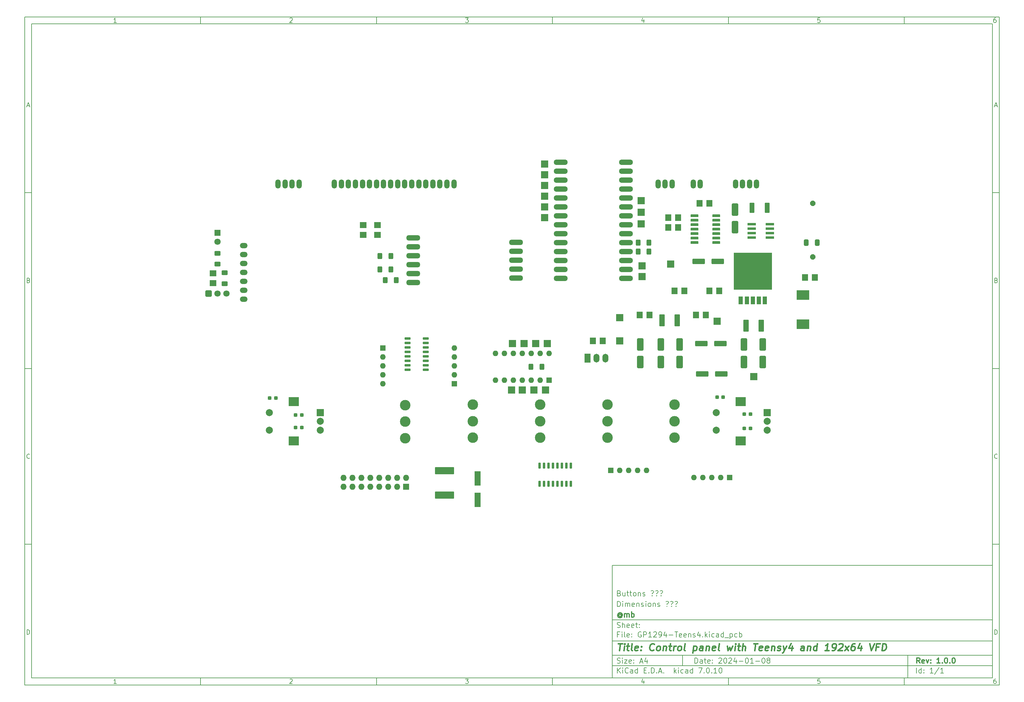
<source format=gts>
G04 #@! TF.GenerationSoftware,KiCad,Pcbnew,7.0.10*
G04 #@! TF.CreationDate,2024-03-27T17:12:54+01:00*
G04 #@! TF.ProjectId,GP1294-Teens4,47503132-3934-42d5-9465-656e73342e6b,1.0.0*
G04 #@! TF.SameCoordinates,Original*
G04 #@! TF.FileFunction,Soldermask,Top*
G04 #@! TF.FilePolarity,Negative*
%FSLAX46Y46*%
G04 Gerber Fmt 4.6, Leading zero omitted, Abs format (unit mm)*
G04 Created by KiCad (PCBNEW 7.0.10) date 2024-03-27 17:12:54*
%MOMM*%
%LPD*%
G01*
G04 APERTURE LIST*
G04 Aperture macros list*
%AMRoundRect*
0 Rectangle with rounded corners*
0 $1 Rounding radius*
0 $2 $3 $4 $5 $6 $7 $8 $9 X,Y pos of 4 corners*
0 Add a 4 corners polygon primitive as box body*
4,1,4,$2,$3,$4,$5,$6,$7,$8,$9,$2,$3,0*
0 Add four circle primitives for the rounded corners*
1,1,$1+$1,$2,$3*
1,1,$1+$1,$4,$5*
1,1,$1+$1,$6,$7*
1,1,$1+$1,$8,$9*
0 Add four rect primitives between the rounded corners*
20,1,$1+$1,$2,$3,$4,$5,0*
20,1,$1+$1,$4,$5,$6,$7,0*
20,1,$1+$1,$6,$7,$8,$9,0*
20,1,$1+$1,$8,$9,$2,$3,0*%
%AMFreePoly0*
4,1,17,0.328853,0.743121,0.743121,0.328853,0.758000,0.292932,0.758000,-0.292932,0.743121,-0.328853,0.328853,-0.743121,0.292932,-0.758000,-0.292932,-0.758000,-0.328853,-0.743121,-0.743121,-0.328853,-0.758000,-0.292932,-0.758000,0.292932,-0.743121,0.328853,-0.328853,0.743121,-0.292932,0.758000,0.292932,0.758000,0.328853,0.743121,0.328853,0.743121,$1*%
G04 Aperture macros list end*
%ADD10C,0.100000*%
%ADD11C,0.150000*%
%ADD12C,0.300000*%
%ADD13C,0.400000*%
%ADD14R,2.000000X2.000000*%
%ADD15RoundRect,0.050800X-0.900000X0.800000X-0.900000X-0.800000X0.900000X-0.800000X0.900000X0.800000X0*%
%ADD16RoundRect,0.250000X0.625000X-0.400000X0.625000X0.400000X-0.625000X0.400000X-0.625000X-0.400000X0*%
%ADD17RoundRect,0.250000X0.400000X0.625000X-0.400000X0.625000X-0.400000X-0.625000X0.400000X-0.625000X0*%
%ADD18RoundRect,0.250000X1.500000X0.550000X-1.500000X0.550000X-1.500000X-0.550000X1.500000X-0.550000X0*%
%ADD19RoundRect,0.050800X0.800000X0.901500X-0.800000X0.901500X-0.800000X-0.901500X0.800000X-0.901500X0*%
%ADD20R,1.700000X2.500000*%
%ADD21O,1.700000X2.500000*%
%ADD22RoundRect,0.250000X0.537500X1.450000X-0.537500X1.450000X-0.537500X-1.450000X0.537500X-1.450000X0*%
%ADD23RoundRect,0.237500X-0.300000X-0.237500X0.300000X-0.237500X0.300000X0.237500X-0.300000X0.237500X0*%
%ADD24RoundRect,0.250001X-2.474999X0.799999X-2.474999X-0.799999X2.474999X-0.799999X2.474999X0.799999X0*%
%ADD25RoundRect,0.250000X-0.650000X1.500000X-0.650000X-1.500000X0.650000X-1.500000X0.650000X1.500000X0*%
%ADD26RoundRect,0.237500X0.300000X0.237500X-0.300000X0.237500X-0.300000X-0.237500X0.300000X-0.237500X0*%
%ADD27RoundRect,0.050800X-0.800000X-0.901500X0.800000X-0.901500X0.800000X0.901500X-0.800000X0.901500X0*%
%ADD28RoundRect,0.150000X0.725000X0.150000X-0.725000X0.150000X-0.725000X-0.150000X0.725000X-0.150000X0*%
%ADD29RoundRect,0.250000X-0.412500X-0.650000X0.412500X-0.650000X0.412500X0.650000X-0.412500X0.650000X0*%
%ADD30RoundRect,0.050800X-0.800000X-0.900000X0.800000X-0.900000X0.800000X0.900000X-0.800000X0.900000X0*%
%ADD31RoundRect,0.050800X-0.533400X-1.079500X0.533400X-1.079500X0.533400X1.079500X-0.533400X1.079500X0*%
%ADD32RoundRect,0.050800X-5.400000X-5.205000X5.400000X-5.205000X5.400000X5.205000X-5.400000X5.205000X0*%
%ADD33RoundRect,0.050800X-0.800000X2.000000X-0.800000X-2.000000X0.800000X-2.000000X0.800000X2.000000X0*%
%ADD34R,3.600000X2.700000*%
%ADD35RoundRect,0.050800X-0.600000X-1.350000X0.600000X-1.350000X0.600000X1.350000X-0.600000X1.350000X0*%
%ADD36O,4.000000X1.524000*%
%ADD37RoundRect,0.050800X0.900000X-0.800000X0.900000X0.800000X-0.900000X0.800000X-0.900000X-0.800000X0*%
%ADD38RoundRect,0.250000X-1.500000X-0.550000X1.500000X-0.550000X1.500000X0.550000X-1.500000X0.550000X0*%
%ADD39O,4.000000X1.500000*%
%ADD40RoundRect,0.050800X-1.016000X0.330200X-1.016000X-0.330200X1.016000X-0.330200X1.016000X0.330200X0*%
%ADD41RoundRect,0.250000X0.650000X-1.500000X0.650000X1.500000X-0.650000X1.500000X-0.650000X-1.500000X0*%
%ADD42RoundRect,0.150000X-0.150000X0.725000X-0.150000X-0.725000X0.150000X-0.725000X0.150000X0.725000X0*%
%ADD43RoundRect,0.050800X-1.100000X0.300000X-1.100000X-0.300000X1.100000X-0.300000X1.100000X0.300000X0*%
%ADD44RoundRect,0.050800X0.800000X0.900000X-0.800000X0.900000X-0.800000X-0.900000X0.800000X-0.900000X0*%
%ADD45R,1.600000X1.600000*%
%ADD46O,1.600000X1.600000*%
%ADD47C,2.000000*%
%ADD48R,3.000000X2.500000*%
%ADD49FreePoly0,270.000000*%
%ADD50R,1.727200X1.727200*%
%ADD51O,1.727200X1.727200*%
%ADD52RoundRect,0.248400X-0.651600X-0.651600X0.651600X-0.651600X0.651600X0.651600X-0.651600X0.651600X0*%
%ADD53C,1.800000*%
%ADD54O,2.200000X1.500000*%
%ADD55C,3.000000*%
%ADD56O,1.500000X2.600000*%
%ADD57R,1.800000X1.800000*%
G04 APERTURE END LIST*
D10*
D11*
X177002200Y-166007200D02*
X285002200Y-166007200D01*
X285002200Y-198007200D01*
X177002200Y-198007200D01*
X177002200Y-166007200D01*
D10*
D11*
X10000000Y-10000000D02*
X287002200Y-10000000D01*
X287002200Y-200007200D01*
X10000000Y-200007200D01*
X10000000Y-10000000D01*
D10*
D11*
X12000000Y-12000000D02*
X285002200Y-12000000D01*
X285002200Y-198007200D01*
X12000000Y-198007200D01*
X12000000Y-12000000D01*
D10*
D11*
X60000000Y-12000000D02*
X60000000Y-10000000D01*
D10*
D11*
X110000000Y-12000000D02*
X110000000Y-10000000D01*
D10*
D11*
X160000000Y-12000000D02*
X160000000Y-10000000D01*
D10*
D11*
X210000000Y-12000000D02*
X210000000Y-10000000D01*
D10*
D11*
X260000000Y-12000000D02*
X260000000Y-10000000D01*
D10*
D11*
X36089160Y-11593604D02*
X35346303Y-11593604D01*
X35717731Y-11593604D02*
X35717731Y-10293604D01*
X35717731Y-10293604D02*
X35593922Y-10479319D01*
X35593922Y-10479319D02*
X35470112Y-10603128D01*
X35470112Y-10603128D02*
X35346303Y-10665033D01*
D10*
D11*
X85346303Y-10417414D02*
X85408207Y-10355509D01*
X85408207Y-10355509D02*
X85532017Y-10293604D01*
X85532017Y-10293604D02*
X85841541Y-10293604D01*
X85841541Y-10293604D02*
X85965350Y-10355509D01*
X85965350Y-10355509D02*
X86027255Y-10417414D01*
X86027255Y-10417414D02*
X86089160Y-10541223D01*
X86089160Y-10541223D02*
X86089160Y-10665033D01*
X86089160Y-10665033D02*
X86027255Y-10850747D01*
X86027255Y-10850747D02*
X85284398Y-11593604D01*
X85284398Y-11593604D02*
X86089160Y-11593604D01*
D10*
D11*
X135284398Y-10293604D02*
X136089160Y-10293604D01*
X136089160Y-10293604D02*
X135655826Y-10788842D01*
X135655826Y-10788842D02*
X135841541Y-10788842D01*
X135841541Y-10788842D02*
X135965350Y-10850747D01*
X135965350Y-10850747D02*
X136027255Y-10912652D01*
X136027255Y-10912652D02*
X136089160Y-11036461D01*
X136089160Y-11036461D02*
X136089160Y-11345985D01*
X136089160Y-11345985D02*
X136027255Y-11469795D01*
X136027255Y-11469795D02*
X135965350Y-11531700D01*
X135965350Y-11531700D02*
X135841541Y-11593604D01*
X135841541Y-11593604D02*
X135470112Y-11593604D01*
X135470112Y-11593604D02*
X135346303Y-11531700D01*
X135346303Y-11531700D02*
X135284398Y-11469795D01*
D10*
D11*
X185965350Y-10726938D02*
X185965350Y-11593604D01*
X185655826Y-10231700D02*
X185346303Y-11160271D01*
X185346303Y-11160271D02*
X186151064Y-11160271D01*
D10*
D11*
X236027255Y-10293604D02*
X235408207Y-10293604D01*
X235408207Y-10293604D02*
X235346303Y-10912652D01*
X235346303Y-10912652D02*
X235408207Y-10850747D01*
X235408207Y-10850747D02*
X235532017Y-10788842D01*
X235532017Y-10788842D02*
X235841541Y-10788842D01*
X235841541Y-10788842D02*
X235965350Y-10850747D01*
X235965350Y-10850747D02*
X236027255Y-10912652D01*
X236027255Y-10912652D02*
X236089160Y-11036461D01*
X236089160Y-11036461D02*
X236089160Y-11345985D01*
X236089160Y-11345985D02*
X236027255Y-11469795D01*
X236027255Y-11469795D02*
X235965350Y-11531700D01*
X235965350Y-11531700D02*
X235841541Y-11593604D01*
X235841541Y-11593604D02*
X235532017Y-11593604D01*
X235532017Y-11593604D02*
X235408207Y-11531700D01*
X235408207Y-11531700D02*
X235346303Y-11469795D01*
D10*
D11*
X285965350Y-10293604D02*
X285717731Y-10293604D01*
X285717731Y-10293604D02*
X285593922Y-10355509D01*
X285593922Y-10355509D02*
X285532017Y-10417414D01*
X285532017Y-10417414D02*
X285408207Y-10603128D01*
X285408207Y-10603128D02*
X285346303Y-10850747D01*
X285346303Y-10850747D02*
X285346303Y-11345985D01*
X285346303Y-11345985D02*
X285408207Y-11469795D01*
X285408207Y-11469795D02*
X285470112Y-11531700D01*
X285470112Y-11531700D02*
X285593922Y-11593604D01*
X285593922Y-11593604D02*
X285841541Y-11593604D01*
X285841541Y-11593604D02*
X285965350Y-11531700D01*
X285965350Y-11531700D02*
X286027255Y-11469795D01*
X286027255Y-11469795D02*
X286089160Y-11345985D01*
X286089160Y-11345985D02*
X286089160Y-11036461D01*
X286089160Y-11036461D02*
X286027255Y-10912652D01*
X286027255Y-10912652D02*
X285965350Y-10850747D01*
X285965350Y-10850747D02*
X285841541Y-10788842D01*
X285841541Y-10788842D02*
X285593922Y-10788842D01*
X285593922Y-10788842D02*
X285470112Y-10850747D01*
X285470112Y-10850747D02*
X285408207Y-10912652D01*
X285408207Y-10912652D02*
X285346303Y-11036461D01*
D10*
D11*
X60000000Y-198007200D02*
X60000000Y-200007200D01*
D10*
D11*
X110000000Y-198007200D02*
X110000000Y-200007200D01*
D10*
D11*
X160000000Y-198007200D02*
X160000000Y-200007200D01*
D10*
D11*
X210000000Y-198007200D02*
X210000000Y-200007200D01*
D10*
D11*
X260000000Y-198007200D02*
X260000000Y-200007200D01*
D10*
D11*
X36089160Y-199600804D02*
X35346303Y-199600804D01*
X35717731Y-199600804D02*
X35717731Y-198300804D01*
X35717731Y-198300804D02*
X35593922Y-198486519D01*
X35593922Y-198486519D02*
X35470112Y-198610328D01*
X35470112Y-198610328D02*
X35346303Y-198672233D01*
D10*
D11*
X85346303Y-198424614D02*
X85408207Y-198362709D01*
X85408207Y-198362709D02*
X85532017Y-198300804D01*
X85532017Y-198300804D02*
X85841541Y-198300804D01*
X85841541Y-198300804D02*
X85965350Y-198362709D01*
X85965350Y-198362709D02*
X86027255Y-198424614D01*
X86027255Y-198424614D02*
X86089160Y-198548423D01*
X86089160Y-198548423D02*
X86089160Y-198672233D01*
X86089160Y-198672233D02*
X86027255Y-198857947D01*
X86027255Y-198857947D02*
X85284398Y-199600804D01*
X85284398Y-199600804D02*
X86089160Y-199600804D01*
D10*
D11*
X135284398Y-198300804D02*
X136089160Y-198300804D01*
X136089160Y-198300804D02*
X135655826Y-198796042D01*
X135655826Y-198796042D02*
X135841541Y-198796042D01*
X135841541Y-198796042D02*
X135965350Y-198857947D01*
X135965350Y-198857947D02*
X136027255Y-198919852D01*
X136027255Y-198919852D02*
X136089160Y-199043661D01*
X136089160Y-199043661D02*
X136089160Y-199353185D01*
X136089160Y-199353185D02*
X136027255Y-199476995D01*
X136027255Y-199476995D02*
X135965350Y-199538900D01*
X135965350Y-199538900D02*
X135841541Y-199600804D01*
X135841541Y-199600804D02*
X135470112Y-199600804D01*
X135470112Y-199600804D02*
X135346303Y-199538900D01*
X135346303Y-199538900D02*
X135284398Y-199476995D01*
D10*
D11*
X185965350Y-198734138D02*
X185965350Y-199600804D01*
X185655826Y-198238900D02*
X185346303Y-199167471D01*
X185346303Y-199167471D02*
X186151064Y-199167471D01*
D10*
D11*
X236027255Y-198300804D02*
X235408207Y-198300804D01*
X235408207Y-198300804D02*
X235346303Y-198919852D01*
X235346303Y-198919852D02*
X235408207Y-198857947D01*
X235408207Y-198857947D02*
X235532017Y-198796042D01*
X235532017Y-198796042D02*
X235841541Y-198796042D01*
X235841541Y-198796042D02*
X235965350Y-198857947D01*
X235965350Y-198857947D02*
X236027255Y-198919852D01*
X236027255Y-198919852D02*
X236089160Y-199043661D01*
X236089160Y-199043661D02*
X236089160Y-199353185D01*
X236089160Y-199353185D02*
X236027255Y-199476995D01*
X236027255Y-199476995D02*
X235965350Y-199538900D01*
X235965350Y-199538900D02*
X235841541Y-199600804D01*
X235841541Y-199600804D02*
X235532017Y-199600804D01*
X235532017Y-199600804D02*
X235408207Y-199538900D01*
X235408207Y-199538900D02*
X235346303Y-199476995D01*
D10*
D11*
X285965350Y-198300804D02*
X285717731Y-198300804D01*
X285717731Y-198300804D02*
X285593922Y-198362709D01*
X285593922Y-198362709D02*
X285532017Y-198424614D01*
X285532017Y-198424614D02*
X285408207Y-198610328D01*
X285408207Y-198610328D02*
X285346303Y-198857947D01*
X285346303Y-198857947D02*
X285346303Y-199353185D01*
X285346303Y-199353185D02*
X285408207Y-199476995D01*
X285408207Y-199476995D02*
X285470112Y-199538900D01*
X285470112Y-199538900D02*
X285593922Y-199600804D01*
X285593922Y-199600804D02*
X285841541Y-199600804D01*
X285841541Y-199600804D02*
X285965350Y-199538900D01*
X285965350Y-199538900D02*
X286027255Y-199476995D01*
X286027255Y-199476995D02*
X286089160Y-199353185D01*
X286089160Y-199353185D02*
X286089160Y-199043661D01*
X286089160Y-199043661D02*
X286027255Y-198919852D01*
X286027255Y-198919852D02*
X285965350Y-198857947D01*
X285965350Y-198857947D02*
X285841541Y-198796042D01*
X285841541Y-198796042D02*
X285593922Y-198796042D01*
X285593922Y-198796042D02*
X285470112Y-198857947D01*
X285470112Y-198857947D02*
X285408207Y-198919852D01*
X285408207Y-198919852D02*
X285346303Y-199043661D01*
D10*
D11*
X10000000Y-60000000D02*
X12000000Y-60000000D01*
D10*
D11*
X10000000Y-110000000D02*
X12000000Y-110000000D01*
D10*
D11*
X10000000Y-160000000D02*
X12000000Y-160000000D01*
D10*
D11*
X10690476Y-35222176D02*
X11309523Y-35222176D01*
X10566666Y-35593604D02*
X10999999Y-34293604D01*
X10999999Y-34293604D02*
X11433333Y-35593604D01*
D10*
D11*
X11092857Y-84912652D02*
X11278571Y-84974557D01*
X11278571Y-84974557D02*
X11340476Y-85036461D01*
X11340476Y-85036461D02*
X11402380Y-85160271D01*
X11402380Y-85160271D02*
X11402380Y-85345985D01*
X11402380Y-85345985D02*
X11340476Y-85469795D01*
X11340476Y-85469795D02*
X11278571Y-85531700D01*
X11278571Y-85531700D02*
X11154761Y-85593604D01*
X11154761Y-85593604D02*
X10659523Y-85593604D01*
X10659523Y-85593604D02*
X10659523Y-84293604D01*
X10659523Y-84293604D02*
X11092857Y-84293604D01*
X11092857Y-84293604D02*
X11216666Y-84355509D01*
X11216666Y-84355509D02*
X11278571Y-84417414D01*
X11278571Y-84417414D02*
X11340476Y-84541223D01*
X11340476Y-84541223D02*
X11340476Y-84665033D01*
X11340476Y-84665033D02*
X11278571Y-84788842D01*
X11278571Y-84788842D02*
X11216666Y-84850747D01*
X11216666Y-84850747D02*
X11092857Y-84912652D01*
X11092857Y-84912652D02*
X10659523Y-84912652D01*
D10*
D11*
X11402380Y-135469795D02*
X11340476Y-135531700D01*
X11340476Y-135531700D02*
X11154761Y-135593604D01*
X11154761Y-135593604D02*
X11030952Y-135593604D01*
X11030952Y-135593604D02*
X10845238Y-135531700D01*
X10845238Y-135531700D02*
X10721428Y-135407890D01*
X10721428Y-135407890D02*
X10659523Y-135284080D01*
X10659523Y-135284080D02*
X10597619Y-135036461D01*
X10597619Y-135036461D02*
X10597619Y-134850747D01*
X10597619Y-134850747D02*
X10659523Y-134603128D01*
X10659523Y-134603128D02*
X10721428Y-134479319D01*
X10721428Y-134479319D02*
X10845238Y-134355509D01*
X10845238Y-134355509D02*
X11030952Y-134293604D01*
X11030952Y-134293604D02*
X11154761Y-134293604D01*
X11154761Y-134293604D02*
X11340476Y-134355509D01*
X11340476Y-134355509D02*
X11402380Y-134417414D01*
D10*
D11*
X10659523Y-185593604D02*
X10659523Y-184293604D01*
X10659523Y-184293604D02*
X10969047Y-184293604D01*
X10969047Y-184293604D02*
X11154761Y-184355509D01*
X11154761Y-184355509D02*
X11278571Y-184479319D01*
X11278571Y-184479319D02*
X11340476Y-184603128D01*
X11340476Y-184603128D02*
X11402380Y-184850747D01*
X11402380Y-184850747D02*
X11402380Y-185036461D01*
X11402380Y-185036461D02*
X11340476Y-185284080D01*
X11340476Y-185284080D02*
X11278571Y-185407890D01*
X11278571Y-185407890D02*
X11154761Y-185531700D01*
X11154761Y-185531700D02*
X10969047Y-185593604D01*
X10969047Y-185593604D02*
X10659523Y-185593604D01*
D10*
D11*
X287002200Y-60000000D02*
X285002200Y-60000000D01*
D10*
D11*
X287002200Y-110000000D02*
X285002200Y-110000000D01*
D10*
D11*
X287002200Y-160000000D02*
X285002200Y-160000000D01*
D10*
D11*
X285692676Y-35222176D02*
X286311723Y-35222176D01*
X285568866Y-35593604D02*
X286002199Y-34293604D01*
X286002199Y-34293604D02*
X286435533Y-35593604D01*
D10*
D11*
X286095057Y-84912652D02*
X286280771Y-84974557D01*
X286280771Y-84974557D02*
X286342676Y-85036461D01*
X286342676Y-85036461D02*
X286404580Y-85160271D01*
X286404580Y-85160271D02*
X286404580Y-85345985D01*
X286404580Y-85345985D02*
X286342676Y-85469795D01*
X286342676Y-85469795D02*
X286280771Y-85531700D01*
X286280771Y-85531700D02*
X286156961Y-85593604D01*
X286156961Y-85593604D02*
X285661723Y-85593604D01*
X285661723Y-85593604D02*
X285661723Y-84293604D01*
X285661723Y-84293604D02*
X286095057Y-84293604D01*
X286095057Y-84293604D02*
X286218866Y-84355509D01*
X286218866Y-84355509D02*
X286280771Y-84417414D01*
X286280771Y-84417414D02*
X286342676Y-84541223D01*
X286342676Y-84541223D02*
X286342676Y-84665033D01*
X286342676Y-84665033D02*
X286280771Y-84788842D01*
X286280771Y-84788842D02*
X286218866Y-84850747D01*
X286218866Y-84850747D02*
X286095057Y-84912652D01*
X286095057Y-84912652D02*
X285661723Y-84912652D01*
D10*
D11*
X286404580Y-135469795D02*
X286342676Y-135531700D01*
X286342676Y-135531700D02*
X286156961Y-135593604D01*
X286156961Y-135593604D02*
X286033152Y-135593604D01*
X286033152Y-135593604D02*
X285847438Y-135531700D01*
X285847438Y-135531700D02*
X285723628Y-135407890D01*
X285723628Y-135407890D02*
X285661723Y-135284080D01*
X285661723Y-135284080D02*
X285599819Y-135036461D01*
X285599819Y-135036461D02*
X285599819Y-134850747D01*
X285599819Y-134850747D02*
X285661723Y-134603128D01*
X285661723Y-134603128D02*
X285723628Y-134479319D01*
X285723628Y-134479319D02*
X285847438Y-134355509D01*
X285847438Y-134355509D02*
X286033152Y-134293604D01*
X286033152Y-134293604D02*
X286156961Y-134293604D01*
X286156961Y-134293604D02*
X286342676Y-134355509D01*
X286342676Y-134355509D02*
X286404580Y-134417414D01*
D10*
D11*
X285661723Y-185593604D02*
X285661723Y-184293604D01*
X285661723Y-184293604D02*
X285971247Y-184293604D01*
X285971247Y-184293604D02*
X286156961Y-184355509D01*
X286156961Y-184355509D02*
X286280771Y-184479319D01*
X286280771Y-184479319D02*
X286342676Y-184603128D01*
X286342676Y-184603128D02*
X286404580Y-184850747D01*
X286404580Y-184850747D02*
X286404580Y-185036461D01*
X286404580Y-185036461D02*
X286342676Y-185284080D01*
X286342676Y-185284080D02*
X286280771Y-185407890D01*
X286280771Y-185407890D02*
X286156961Y-185531700D01*
X286156961Y-185531700D02*
X285971247Y-185593604D01*
X285971247Y-185593604D02*
X285661723Y-185593604D01*
D10*
D11*
X200458026Y-193793328D02*
X200458026Y-192293328D01*
X200458026Y-192293328D02*
X200815169Y-192293328D01*
X200815169Y-192293328D02*
X201029455Y-192364757D01*
X201029455Y-192364757D02*
X201172312Y-192507614D01*
X201172312Y-192507614D02*
X201243741Y-192650471D01*
X201243741Y-192650471D02*
X201315169Y-192936185D01*
X201315169Y-192936185D02*
X201315169Y-193150471D01*
X201315169Y-193150471D02*
X201243741Y-193436185D01*
X201243741Y-193436185D02*
X201172312Y-193579042D01*
X201172312Y-193579042D02*
X201029455Y-193721900D01*
X201029455Y-193721900D02*
X200815169Y-193793328D01*
X200815169Y-193793328D02*
X200458026Y-193793328D01*
X202600884Y-193793328D02*
X202600884Y-193007614D01*
X202600884Y-193007614D02*
X202529455Y-192864757D01*
X202529455Y-192864757D02*
X202386598Y-192793328D01*
X202386598Y-192793328D02*
X202100884Y-192793328D01*
X202100884Y-192793328D02*
X201958026Y-192864757D01*
X202600884Y-193721900D02*
X202458026Y-193793328D01*
X202458026Y-193793328D02*
X202100884Y-193793328D01*
X202100884Y-193793328D02*
X201958026Y-193721900D01*
X201958026Y-193721900D02*
X201886598Y-193579042D01*
X201886598Y-193579042D02*
X201886598Y-193436185D01*
X201886598Y-193436185D02*
X201958026Y-193293328D01*
X201958026Y-193293328D02*
X202100884Y-193221900D01*
X202100884Y-193221900D02*
X202458026Y-193221900D01*
X202458026Y-193221900D02*
X202600884Y-193150471D01*
X203100884Y-192793328D02*
X203672312Y-192793328D01*
X203315169Y-192293328D02*
X203315169Y-193579042D01*
X203315169Y-193579042D02*
X203386598Y-193721900D01*
X203386598Y-193721900D02*
X203529455Y-193793328D01*
X203529455Y-193793328D02*
X203672312Y-193793328D01*
X204743741Y-193721900D02*
X204600884Y-193793328D01*
X204600884Y-193793328D02*
X204315170Y-193793328D01*
X204315170Y-193793328D02*
X204172312Y-193721900D01*
X204172312Y-193721900D02*
X204100884Y-193579042D01*
X204100884Y-193579042D02*
X204100884Y-193007614D01*
X204100884Y-193007614D02*
X204172312Y-192864757D01*
X204172312Y-192864757D02*
X204315170Y-192793328D01*
X204315170Y-192793328D02*
X204600884Y-192793328D01*
X204600884Y-192793328D02*
X204743741Y-192864757D01*
X204743741Y-192864757D02*
X204815170Y-193007614D01*
X204815170Y-193007614D02*
X204815170Y-193150471D01*
X204815170Y-193150471D02*
X204100884Y-193293328D01*
X205458026Y-193650471D02*
X205529455Y-193721900D01*
X205529455Y-193721900D02*
X205458026Y-193793328D01*
X205458026Y-193793328D02*
X205386598Y-193721900D01*
X205386598Y-193721900D02*
X205458026Y-193650471D01*
X205458026Y-193650471D02*
X205458026Y-193793328D01*
X205458026Y-192864757D02*
X205529455Y-192936185D01*
X205529455Y-192936185D02*
X205458026Y-193007614D01*
X205458026Y-193007614D02*
X205386598Y-192936185D01*
X205386598Y-192936185D02*
X205458026Y-192864757D01*
X205458026Y-192864757D02*
X205458026Y-193007614D01*
X207243741Y-192436185D02*
X207315169Y-192364757D01*
X207315169Y-192364757D02*
X207458027Y-192293328D01*
X207458027Y-192293328D02*
X207815169Y-192293328D01*
X207815169Y-192293328D02*
X207958027Y-192364757D01*
X207958027Y-192364757D02*
X208029455Y-192436185D01*
X208029455Y-192436185D02*
X208100884Y-192579042D01*
X208100884Y-192579042D02*
X208100884Y-192721900D01*
X208100884Y-192721900D02*
X208029455Y-192936185D01*
X208029455Y-192936185D02*
X207172312Y-193793328D01*
X207172312Y-193793328D02*
X208100884Y-193793328D01*
X209029455Y-192293328D02*
X209172312Y-192293328D01*
X209172312Y-192293328D02*
X209315169Y-192364757D01*
X209315169Y-192364757D02*
X209386598Y-192436185D01*
X209386598Y-192436185D02*
X209458026Y-192579042D01*
X209458026Y-192579042D02*
X209529455Y-192864757D01*
X209529455Y-192864757D02*
X209529455Y-193221900D01*
X209529455Y-193221900D02*
X209458026Y-193507614D01*
X209458026Y-193507614D02*
X209386598Y-193650471D01*
X209386598Y-193650471D02*
X209315169Y-193721900D01*
X209315169Y-193721900D02*
X209172312Y-193793328D01*
X209172312Y-193793328D02*
X209029455Y-193793328D01*
X209029455Y-193793328D02*
X208886598Y-193721900D01*
X208886598Y-193721900D02*
X208815169Y-193650471D01*
X208815169Y-193650471D02*
X208743740Y-193507614D01*
X208743740Y-193507614D02*
X208672312Y-193221900D01*
X208672312Y-193221900D02*
X208672312Y-192864757D01*
X208672312Y-192864757D02*
X208743740Y-192579042D01*
X208743740Y-192579042D02*
X208815169Y-192436185D01*
X208815169Y-192436185D02*
X208886598Y-192364757D01*
X208886598Y-192364757D02*
X209029455Y-192293328D01*
X210100883Y-192436185D02*
X210172311Y-192364757D01*
X210172311Y-192364757D02*
X210315169Y-192293328D01*
X210315169Y-192293328D02*
X210672311Y-192293328D01*
X210672311Y-192293328D02*
X210815169Y-192364757D01*
X210815169Y-192364757D02*
X210886597Y-192436185D01*
X210886597Y-192436185D02*
X210958026Y-192579042D01*
X210958026Y-192579042D02*
X210958026Y-192721900D01*
X210958026Y-192721900D02*
X210886597Y-192936185D01*
X210886597Y-192936185D02*
X210029454Y-193793328D01*
X210029454Y-193793328D02*
X210958026Y-193793328D01*
X212243740Y-192793328D02*
X212243740Y-193793328D01*
X211886597Y-192221900D02*
X211529454Y-193293328D01*
X211529454Y-193293328D02*
X212458025Y-193293328D01*
X213029453Y-193221900D02*
X214172311Y-193221900D01*
X215172311Y-192293328D02*
X215315168Y-192293328D01*
X215315168Y-192293328D02*
X215458025Y-192364757D01*
X215458025Y-192364757D02*
X215529454Y-192436185D01*
X215529454Y-192436185D02*
X215600882Y-192579042D01*
X215600882Y-192579042D02*
X215672311Y-192864757D01*
X215672311Y-192864757D02*
X215672311Y-193221900D01*
X215672311Y-193221900D02*
X215600882Y-193507614D01*
X215600882Y-193507614D02*
X215529454Y-193650471D01*
X215529454Y-193650471D02*
X215458025Y-193721900D01*
X215458025Y-193721900D02*
X215315168Y-193793328D01*
X215315168Y-193793328D02*
X215172311Y-193793328D01*
X215172311Y-193793328D02*
X215029454Y-193721900D01*
X215029454Y-193721900D02*
X214958025Y-193650471D01*
X214958025Y-193650471D02*
X214886596Y-193507614D01*
X214886596Y-193507614D02*
X214815168Y-193221900D01*
X214815168Y-193221900D02*
X214815168Y-192864757D01*
X214815168Y-192864757D02*
X214886596Y-192579042D01*
X214886596Y-192579042D02*
X214958025Y-192436185D01*
X214958025Y-192436185D02*
X215029454Y-192364757D01*
X215029454Y-192364757D02*
X215172311Y-192293328D01*
X217100882Y-193793328D02*
X216243739Y-193793328D01*
X216672310Y-193793328D02*
X216672310Y-192293328D01*
X216672310Y-192293328D02*
X216529453Y-192507614D01*
X216529453Y-192507614D02*
X216386596Y-192650471D01*
X216386596Y-192650471D02*
X216243739Y-192721900D01*
X217743738Y-193221900D02*
X218886596Y-193221900D01*
X219886596Y-192293328D02*
X220029453Y-192293328D01*
X220029453Y-192293328D02*
X220172310Y-192364757D01*
X220172310Y-192364757D02*
X220243739Y-192436185D01*
X220243739Y-192436185D02*
X220315167Y-192579042D01*
X220315167Y-192579042D02*
X220386596Y-192864757D01*
X220386596Y-192864757D02*
X220386596Y-193221900D01*
X220386596Y-193221900D02*
X220315167Y-193507614D01*
X220315167Y-193507614D02*
X220243739Y-193650471D01*
X220243739Y-193650471D02*
X220172310Y-193721900D01*
X220172310Y-193721900D02*
X220029453Y-193793328D01*
X220029453Y-193793328D02*
X219886596Y-193793328D01*
X219886596Y-193793328D02*
X219743739Y-193721900D01*
X219743739Y-193721900D02*
X219672310Y-193650471D01*
X219672310Y-193650471D02*
X219600881Y-193507614D01*
X219600881Y-193507614D02*
X219529453Y-193221900D01*
X219529453Y-193221900D02*
X219529453Y-192864757D01*
X219529453Y-192864757D02*
X219600881Y-192579042D01*
X219600881Y-192579042D02*
X219672310Y-192436185D01*
X219672310Y-192436185D02*
X219743739Y-192364757D01*
X219743739Y-192364757D02*
X219886596Y-192293328D01*
X221243738Y-192936185D02*
X221100881Y-192864757D01*
X221100881Y-192864757D02*
X221029452Y-192793328D01*
X221029452Y-192793328D02*
X220958024Y-192650471D01*
X220958024Y-192650471D02*
X220958024Y-192579042D01*
X220958024Y-192579042D02*
X221029452Y-192436185D01*
X221029452Y-192436185D02*
X221100881Y-192364757D01*
X221100881Y-192364757D02*
X221243738Y-192293328D01*
X221243738Y-192293328D02*
X221529452Y-192293328D01*
X221529452Y-192293328D02*
X221672310Y-192364757D01*
X221672310Y-192364757D02*
X221743738Y-192436185D01*
X221743738Y-192436185D02*
X221815167Y-192579042D01*
X221815167Y-192579042D02*
X221815167Y-192650471D01*
X221815167Y-192650471D02*
X221743738Y-192793328D01*
X221743738Y-192793328D02*
X221672310Y-192864757D01*
X221672310Y-192864757D02*
X221529452Y-192936185D01*
X221529452Y-192936185D02*
X221243738Y-192936185D01*
X221243738Y-192936185D02*
X221100881Y-193007614D01*
X221100881Y-193007614D02*
X221029452Y-193079042D01*
X221029452Y-193079042D02*
X220958024Y-193221900D01*
X220958024Y-193221900D02*
X220958024Y-193507614D01*
X220958024Y-193507614D02*
X221029452Y-193650471D01*
X221029452Y-193650471D02*
X221100881Y-193721900D01*
X221100881Y-193721900D02*
X221243738Y-193793328D01*
X221243738Y-193793328D02*
X221529452Y-193793328D01*
X221529452Y-193793328D02*
X221672310Y-193721900D01*
X221672310Y-193721900D02*
X221743738Y-193650471D01*
X221743738Y-193650471D02*
X221815167Y-193507614D01*
X221815167Y-193507614D02*
X221815167Y-193221900D01*
X221815167Y-193221900D02*
X221743738Y-193079042D01*
X221743738Y-193079042D02*
X221672310Y-193007614D01*
X221672310Y-193007614D02*
X221529452Y-192936185D01*
D10*
D11*
X177002200Y-194507200D02*
X285002200Y-194507200D01*
D10*
D11*
X178458026Y-196593328D02*
X178458026Y-195093328D01*
X179315169Y-196593328D02*
X178672312Y-195736185D01*
X179315169Y-195093328D02*
X178458026Y-195950471D01*
X179958026Y-196593328D02*
X179958026Y-195593328D01*
X179958026Y-195093328D02*
X179886598Y-195164757D01*
X179886598Y-195164757D02*
X179958026Y-195236185D01*
X179958026Y-195236185D02*
X180029455Y-195164757D01*
X180029455Y-195164757D02*
X179958026Y-195093328D01*
X179958026Y-195093328D02*
X179958026Y-195236185D01*
X181529455Y-196450471D02*
X181458027Y-196521900D01*
X181458027Y-196521900D02*
X181243741Y-196593328D01*
X181243741Y-196593328D02*
X181100884Y-196593328D01*
X181100884Y-196593328D02*
X180886598Y-196521900D01*
X180886598Y-196521900D02*
X180743741Y-196379042D01*
X180743741Y-196379042D02*
X180672312Y-196236185D01*
X180672312Y-196236185D02*
X180600884Y-195950471D01*
X180600884Y-195950471D02*
X180600884Y-195736185D01*
X180600884Y-195736185D02*
X180672312Y-195450471D01*
X180672312Y-195450471D02*
X180743741Y-195307614D01*
X180743741Y-195307614D02*
X180886598Y-195164757D01*
X180886598Y-195164757D02*
X181100884Y-195093328D01*
X181100884Y-195093328D02*
X181243741Y-195093328D01*
X181243741Y-195093328D02*
X181458027Y-195164757D01*
X181458027Y-195164757D02*
X181529455Y-195236185D01*
X182815170Y-196593328D02*
X182815170Y-195807614D01*
X182815170Y-195807614D02*
X182743741Y-195664757D01*
X182743741Y-195664757D02*
X182600884Y-195593328D01*
X182600884Y-195593328D02*
X182315170Y-195593328D01*
X182315170Y-195593328D02*
X182172312Y-195664757D01*
X182815170Y-196521900D02*
X182672312Y-196593328D01*
X182672312Y-196593328D02*
X182315170Y-196593328D01*
X182315170Y-196593328D02*
X182172312Y-196521900D01*
X182172312Y-196521900D02*
X182100884Y-196379042D01*
X182100884Y-196379042D02*
X182100884Y-196236185D01*
X182100884Y-196236185D02*
X182172312Y-196093328D01*
X182172312Y-196093328D02*
X182315170Y-196021900D01*
X182315170Y-196021900D02*
X182672312Y-196021900D01*
X182672312Y-196021900D02*
X182815170Y-195950471D01*
X184172313Y-196593328D02*
X184172313Y-195093328D01*
X184172313Y-196521900D02*
X184029455Y-196593328D01*
X184029455Y-196593328D02*
X183743741Y-196593328D01*
X183743741Y-196593328D02*
X183600884Y-196521900D01*
X183600884Y-196521900D02*
X183529455Y-196450471D01*
X183529455Y-196450471D02*
X183458027Y-196307614D01*
X183458027Y-196307614D02*
X183458027Y-195879042D01*
X183458027Y-195879042D02*
X183529455Y-195736185D01*
X183529455Y-195736185D02*
X183600884Y-195664757D01*
X183600884Y-195664757D02*
X183743741Y-195593328D01*
X183743741Y-195593328D02*
X184029455Y-195593328D01*
X184029455Y-195593328D02*
X184172313Y-195664757D01*
X186029455Y-195807614D02*
X186529455Y-195807614D01*
X186743741Y-196593328D02*
X186029455Y-196593328D01*
X186029455Y-196593328D02*
X186029455Y-195093328D01*
X186029455Y-195093328D02*
X186743741Y-195093328D01*
X187386598Y-196450471D02*
X187458027Y-196521900D01*
X187458027Y-196521900D02*
X187386598Y-196593328D01*
X187386598Y-196593328D02*
X187315170Y-196521900D01*
X187315170Y-196521900D02*
X187386598Y-196450471D01*
X187386598Y-196450471D02*
X187386598Y-196593328D01*
X188100884Y-196593328D02*
X188100884Y-195093328D01*
X188100884Y-195093328D02*
X188458027Y-195093328D01*
X188458027Y-195093328D02*
X188672313Y-195164757D01*
X188672313Y-195164757D02*
X188815170Y-195307614D01*
X188815170Y-195307614D02*
X188886599Y-195450471D01*
X188886599Y-195450471D02*
X188958027Y-195736185D01*
X188958027Y-195736185D02*
X188958027Y-195950471D01*
X188958027Y-195950471D02*
X188886599Y-196236185D01*
X188886599Y-196236185D02*
X188815170Y-196379042D01*
X188815170Y-196379042D02*
X188672313Y-196521900D01*
X188672313Y-196521900D02*
X188458027Y-196593328D01*
X188458027Y-196593328D02*
X188100884Y-196593328D01*
X189600884Y-196450471D02*
X189672313Y-196521900D01*
X189672313Y-196521900D02*
X189600884Y-196593328D01*
X189600884Y-196593328D02*
X189529456Y-196521900D01*
X189529456Y-196521900D02*
X189600884Y-196450471D01*
X189600884Y-196450471D02*
X189600884Y-196593328D01*
X190243742Y-196164757D02*
X190958028Y-196164757D01*
X190100885Y-196593328D02*
X190600885Y-195093328D01*
X190600885Y-195093328D02*
X191100885Y-196593328D01*
X191600884Y-196450471D02*
X191672313Y-196521900D01*
X191672313Y-196521900D02*
X191600884Y-196593328D01*
X191600884Y-196593328D02*
X191529456Y-196521900D01*
X191529456Y-196521900D02*
X191600884Y-196450471D01*
X191600884Y-196450471D02*
X191600884Y-196593328D01*
X194600884Y-196593328D02*
X194600884Y-195093328D01*
X194743742Y-196021900D02*
X195172313Y-196593328D01*
X195172313Y-195593328D02*
X194600884Y-196164757D01*
X195815170Y-196593328D02*
X195815170Y-195593328D01*
X195815170Y-195093328D02*
X195743742Y-195164757D01*
X195743742Y-195164757D02*
X195815170Y-195236185D01*
X195815170Y-195236185D02*
X195886599Y-195164757D01*
X195886599Y-195164757D02*
X195815170Y-195093328D01*
X195815170Y-195093328D02*
X195815170Y-195236185D01*
X197172314Y-196521900D02*
X197029456Y-196593328D01*
X197029456Y-196593328D02*
X196743742Y-196593328D01*
X196743742Y-196593328D02*
X196600885Y-196521900D01*
X196600885Y-196521900D02*
X196529456Y-196450471D01*
X196529456Y-196450471D02*
X196458028Y-196307614D01*
X196458028Y-196307614D02*
X196458028Y-195879042D01*
X196458028Y-195879042D02*
X196529456Y-195736185D01*
X196529456Y-195736185D02*
X196600885Y-195664757D01*
X196600885Y-195664757D02*
X196743742Y-195593328D01*
X196743742Y-195593328D02*
X197029456Y-195593328D01*
X197029456Y-195593328D02*
X197172314Y-195664757D01*
X198458028Y-196593328D02*
X198458028Y-195807614D01*
X198458028Y-195807614D02*
X198386599Y-195664757D01*
X198386599Y-195664757D02*
X198243742Y-195593328D01*
X198243742Y-195593328D02*
X197958028Y-195593328D01*
X197958028Y-195593328D02*
X197815170Y-195664757D01*
X198458028Y-196521900D02*
X198315170Y-196593328D01*
X198315170Y-196593328D02*
X197958028Y-196593328D01*
X197958028Y-196593328D02*
X197815170Y-196521900D01*
X197815170Y-196521900D02*
X197743742Y-196379042D01*
X197743742Y-196379042D02*
X197743742Y-196236185D01*
X197743742Y-196236185D02*
X197815170Y-196093328D01*
X197815170Y-196093328D02*
X197958028Y-196021900D01*
X197958028Y-196021900D02*
X198315170Y-196021900D01*
X198315170Y-196021900D02*
X198458028Y-195950471D01*
X199815171Y-196593328D02*
X199815171Y-195093328D01*
X199815171Y-196521900D02*
X199672313Y-196593328D01*
X199672313Y-196593328D02*
X199386599Y-196593328D01*
X199386599Y-196593328D02*
X199243742Y-196521900D01*
X199243742Y-196521900D02*
X199172313Y-196450471D01*
X199172313Y-196450471D02*
X199100885Y-196307614D01*
X199100885Y-196307614D02*
X199100885Y-195879042D01*
X199100885Y-195879042D02*
X199172313Y-195736185D01*
X199172313Y-195736185D02*
X199243742Y-195664757D01*
X199243742Y-195664757D02*
X199386599Y-195593328D01*
X199386599Y-195593328D02*
X199672313Y-195593328D01*
X199672313Y-195593328D02*
X199815171Y-195664757D01*
X201529456Y-195093328D02*
X202529456Y-195093328D01*
X202529456Y-195093328D02*
X201886599Y-196593328D01*
X203100884Y-196450471D02*
X203172313Y-196521900D01*
X203172313Y-196521900D02*
X203100884Y-196593328D01*
X203100884Y-196593328D02*
X203029456Y-196521900D01*
X203029456Y-196521900D02*
X203100884Y-196450471D01*
X203100884Y-196450471D02*
X203100884Y-196593328D01*
X204100885Y-195093328D02*
X204243742Y-195093328D01*
X204243742Y-195093328D02*
X204386599Y-195164757D01*
X204386599Y-195164757D02*
X204458028Y-195236185D01*
X204458028Y-195236185D02*
X204529456Y-195379042D01*
X204529456Y-195379042D02*
X204600885Y-195664757D01*
X204600885Y-195664757D02*
X204600885Y-196021900D01*
X204600885Y-196021900D02*
X204529456Y-196307614D01*
X204529456Y-196307614D02*
X204458028Y-196450471D01*
X204458028Y-196450471D02*
X204386599Y-196521900D01*
X204386599Y-196521900D02*
X204243742Y-196593328D01*
X204243742Y-196593328D02*
X204100885Y-196593328D01*
X204100885Y-196593328D02*
X203958028Y-196521900D01*
X203958028Y-196521900D02*
X203886599Y-196450471D01*
X203886599Y-196450471D02*
X203815170Y-196307614D01*
X203815170Y-196307614D02*
X203743742Y-196021900D01*
X203743742Y-196021900D02*
X203743742Y-195664757D01*
X203743742Y-195664757D02*
X203815170Y-195379042D01*
X203815170Y-195379042D02*
X203886599Y-195236185D01*
X203886599Y-195236185D02*
X203958028Y-195164757D01*
X203958028Y-195164757D02*
X204100885Y-195093328D01*
X205243741Y-196450471D02*
X205315170Y-196521900D01*
X205315170Y-196521900D02*
X205243741Y-196593328D01*
X205243741Y-196593328D02*
X205172313Y-196521900D01*
X205172313Y-196521900D02*
X205243741Y-196450471D01*
X205243741Y-196450471D02*
X205243741Y-196593328D01*
X206743742Y-196593328D02*
X205886599Y-196593328D01*
X206315170Y-196593328D02*
X206315170Y-195093328D01*
X206315170Y-195093328D02*
X206172313Y-195307614D01*
X206172313Y-195307614D02*
X206029456Y-195450471D01*
X206029456Y-195450471D02*
X205886599Y-195521900D01*
X207672313Y-195093328D02*
X207815170Y-195093328D01*
X207815170Y-195093328D02*
X207958027Y-195164757D01*
X207958027Y-195164757D02*
X208029456Y-195236185D01*
X208029456Y-195236185D02*
X208100884Y-195379042D01*
X208100884Y-195379042D02*
X208172313Y-195664757D01*
X208172313Y-195664757D02*
X208172313Y-196021900D01*
X208172313Y-196021900D02*
X208100884Y-196307614D01*
X208100884Y-196307614D02*
X208029456Y-196450471D01*
X208029456Y-196450471D02*
X207958027Y-196521900D01*
X207958027Y-196521900D02*
X207815170Y-196593328D01*
X207815170Y-196593328D02*
X207672313Y-196593328D01*
X207672313Y-196593328D02*
X207529456Y-196521900D01*
X207529456Y-196521900D02*
X207458027Y-196450471D01*
X207458027Y-196450471D02*
X207386598Y-196307614D01*
X207386598Y-196307614D02*
X207315170Y-196021900D01*
X207315170Y-196021900D02*
X207315170Y-195664757D01*
X207315170Y-195664757D02*
X207386598Y-195379042D01*
X207386598Y-195379042D02*
X207458027Y-195236185D01*
X207458027Y-195236185D02*
X207529456Y-195164757D01*
X207529456Y-195164757D02*
X207672313Y-195093328D01*
D10*
D11*
X177002200Y-191507200D02*
X285002200Y-191507200D01*
D10*
D12*
X264413853Y-193785528D02*
X263913853Y-193071242D01*
X263556710Y-193785528D02*
X263556710Y-192285528D01*
X263556710Y-192285528D02*
X264128139Y-192285528D01*
X264128139Y-192285528D02*
X264270996Y-192356957D01*
X264270996Y-192356957D02*
X264342425Y-192428385D01*
X264342425Y-192428385D02*
X264413853Y-192571242D01*
X264413853Y-192571242D02*
X264413853Y-192785528D01*
X264413853Y-192785528D02*
X264342425Y-192928385D01*
X264342425Y-192928385D02*
X264270996Y-192999814D01*
X264270996Y-192999814D02*
X264128139Y-193071242D01*
X264128139Y-193071242D02*
X263556710Y-193071242D01*
X265628139Y-193714100D02*
X265485282Y-193785528D01*
X265485282Y-193785528D02*
X265199568Y-193785528D01*
X265199568Y-193785528D02*
X265056710Y-193714100D01*
X265056710Y-193714100D02*
X264985282Y-193571242D01*
X264985282Y-193571242D02*
X264985282Y-192999814D01*
X264985282Y-192999814D02*
X265056710Y-192856957D01*
X265056710Y-192856957D02*
X265199568Y-192785528D01*
X265199568Y-192785528D02*
X265485282Y-192785528D01*
X265485282Y-192785528D02*
X265628139Y-192856957D01*
X265628139Y-192856957D02*
X265699568Y-192999814D01*
X265699568Y-192999814D02*
X265699568Y-193142671D01*
X265699568Y-193142671D02*
X264985282Y-193285528D01*
X266199567Y-192785528D02*
X266556710Y-193785528D01*
X266556710Y-193785528D02*
X266913853Y-192785528D01*
X267485281Y-193642671D02*
X267556710Y-193714100D01*
X267556710Y-193714100D02*
X267485281Y-193785528D01*
X267485281Y-193785528D02*
X267413853Y-193714100D01*
X267413853Y-193714100D02*
X267485281Y-193642671D01*
X267485281Y-193642671D02*
X267485281Y-193785528D01*
X267485281Y-192856957D02*
X267556710Y-192928385D01*
X267556710Y-192928385D02*
X267485281Y-192999814D01*
X267485281Y-192999814D02*
X267413853Y-192928385D01*
X267413853Y-192928385D02*
X267485281Y-192856957D01*
X267485281Y-192856957D02*
X267485281Y-192999814D01*
X270128139Y-193785528D02*
X269270996Y-193785528D01*
X269699567Y-193785528D02*
X269699567Y-192285528D01*
X269699567Y-192285528D02*
X269556710Y-192499814D01*
X269556710Y-192499814D02*
X269413853Y-192642671D01*
X269413853Y-192642671D02*
X269270996Y-192714100D01*
X270770995Y-193642671D02*
X270842424Y-193714100D01*
X270842424Y-193714100D02*
X270770995Y-193785528D01*
X270770995Y-193785528D02*
X270699567Y-193714100D01*
X270699567Y-193714100D02*
X270770995Y-193642671D01*
X270770995Y-193642671D02*
X270770995Y-193785528D01*
X271770996Y-192285528D02*
X271913853Y-192285528D01*
X271913853Y-192285528D02*
X272056710Y-192356957D01*
X272056710Y-192356957D02*
X272128139Y-192428385D01*
X272128139Y-192428385D02*
X272199567Y-192571242D01*
X272199567Y-192571242D02*
X272270996Y-192856957D01*
X272270996Y-192856957D02*
X272270996Y-193214100D01*
X272270996Y-193214100D02*
X272199567Y-193499814D01*
X272199567Y-193499814D02*
X272128139Y-193642671D01*
X272128139Y-193642671D02*
X272056710Y-193714100D01*
X272056710Y-193714100D02*
X271913853Y-193785528D01*
X271913853Y-193785528D02*
X271770996Y-193785528D01*
X271770996Y-193785528D02*
X271628139Y-193714100D01*
X271628139Y-193714100D02*
X271556710Y-193642671D01*
X271556710Y-193642671D02*
X271485281Y-193499814D01*
X271485281Y-193499814D02*
X271413853Y-193214100D01*
X271413853Y-193214100D02*
X271413853Y-192856957D01*
X271413853Y-192856957D02*
X271485281Y-192571242D01*
X271485281Y-192571242D02*
X271556710Y-192428385D01*
X271556710Y-192428385D02*
X271628139Y-192356957D01*
X271628139Y-192356957D02*
X271770996Y-192285528D01*
X272913852Y-193642671D02*
X272985281Y-193714100D01*
X272985281Y-193714100D02*
X272913852Y-193785528D01*
X272913852Y-193785528D02*
X272842424Y-193714100D01*
X272842424Y-193714100D02*
X272913852Y-193642671D01*
X272913852Y-193642671D02*
X272913852Y-193785528D01*
X273913853Y-192285528D02*
X274056710Y-192285528D01*
X274056710Y-192285528D02*
X274199567Y-192356957D01*
X274199567Y-192356957D02*
X274270996Y-192428385D01*
X274270996Y-192428385D02*
X274342424Y-192571242D01*
X274342424Y-192571242D02*
X274413853Y-192856957D01*
X274413853Y-192856957D02*
X274413853Y-193214100D01*
X274413853Y-193214100D02*
X274342424Y-193499814D01*
X274342424Y-193499814D02*
X274270996Y-193642671D01*
X274270996Y-193642671D02*
X274199567Y-193714100D01*
X274199567Y-193714100D02*
X274056710Y-193785528D01*
X274056710Y-193785528D02*
X273913853Y-193785528D01*
X273913853Y-193785528D02*
X273770996Y-193714100D01*
X273770996Y-193714100D02*
X273699567Y-193642671D01*
X273699567Y-193642671D02*
X273628138Y-193499814D01*
X273628138Y-193499814D02*
X273556710Y-193214100D01*
X273556710Y-193214100D02*
X273556710Y-192856957D01*
X273556710Y-192856957D02*
X273628138Y-192571242D01*
X273628138Y-192571242D02*
X273699567Y-192428385D01*
X273699567Y-192428385D02*
X273770996Y-192356957D01*
X273770996Y-192356957D02*
X273913853Y-192285528D01*
D10*
D11*
X178386598Y-193721900D02*
X178600884Y-193793328D01*
X178600884Y-193793328D02*
X178958026Y-193793328D01*
X178958026Y-193793328D02*
X179100884Y-193721900D01*
X179100884Y-193721900D02*
X179172312Y-193650471D01*
X179172312Y-193650471D02*
X179243741Y-193507614D01*
X179243741Y-193507614D02*
X179243741Y-193364757D01*
X179243741Y-193364757D02*
X179172312Y-193221900D01*
X179172312Y-193221900D02*
X179100884Y-193150471D01*
X179100884Y-193150471D02*
X178958026Y-193079042D01*
X178958026Y-193079042D02*
X178672312Y-193007614D01*
X178672312Y-193007614D02*
X178529455Y-192936185D01*
X178529455Y-192936185D02*
X178458026Y-192864757D01*
X178458026Y-192864757D02*
X178386598Y-192721900D01*
X178386598Y-192721900D02*
X178386598Y-192579042D01*
X178386598Y-192579042D02*
X178458026Y-192436185D01*
X178458026Y-192436185D02*
X178529455Y-192364757D01*
X178529455Y-192364757D02*
X178672312Y-192293328D01*
X178672312Y-192293328D02*
X179029455Y-192293328D01*
X179029455Y-192293328D02*
X179243741Y-192364757D01*
X179886597Y-193793328D02*
X179886597Y-192793328D01*
X179886597Y-192293328D02*
X179815169Y-192364757D01*
X179815169Y-192364757D02*
X179886597Y-192436185D01*
X179886597Y-192436185D02*
X179958026Y-192364757D01*
X179958026Y-192364757D02*
X179886597Y-192293328D01*
X179886597Y-192293328D02*
X179886597Y-192436185D01*
X180458026Y-192793328D02*
X181243741Y-192793328D01*
X181243741Y-192793328D02*
X180458026Y-193793328D01*
X180458026Y-193793328D02*
X181243741Y-193793328D01*
X182386598Y-193721900D02*
X182243741Y-193793328D01*
X182243741Y-193793328D02*
X181958027Y-193793328D01*
X181958027Y-193793328D02*
X181815169Y-193721900D01*
X181815169Y-193721900D02*
X181743741Y-193579042D01*
X181743741Y-193579042D02*
X181743741Y-193007614D01*
X181743741Y-193007614D02*
X181815169Y-192864757D01*
X181815169Y-192864757D02*
X181958027Y-192793328D01*
X181958027Y-192793328D02*
X182243741Y-192793328D01*
X182243741Y-192793328D02*
X182386598Y-192864757D01*
X182386598Y-192864757D02*
X182458027Y-193007614D01*
X182458027Y-193007614D02*
X182458027Y-193150471D01*
X182458027Y-193150471D02*
X181743741Y-193293328D01*
X183100883Y-193650471D02*
X183172312Y-193721900D01*
X183172312Y-193721900D02*
X183100883Y-193793328D01*
X183100883Y-193793328D02*
X183029455Y-193721900D01*
X183029455Y-193721900D02*
X183100883Y-193650471D01*
X183100883Y-193650471D02*
X183100883Y-193793328D01*
X183100883Y-192864757D02*
X183172312Y-192936185D01*
X183172312Y-192936185D02*
X183100883Y-193007614D01*
X183100883Y-193007614D02*
X183029455Y-192936185D01*
X183029455Y-192936185D02*
X183100883Y-192864757D01*
X183100883Y-192864757D02*
X183100883Y-193007614D01*
X184886598Y-193364757D02*
X185600884Y-193364757D01*
X184743741Y-193793328D02*
X185243741Y-192293328D01*
X185243741Y-192293328D02*
X185743741Y-193793328D01*
X186886598Y-192793328D02*
X186886598Y-193793328D01*
X186529455Y-192221900D02*
X186172312Y-193293328D01*
X186172312Y-193293328D02*
X187100883Y-193293328D01*
D10*
D11*
X263458026Y-196593328D02*
X263458026Y-195093328D01*
X264815170Y-196593328D02*
X264815170Y-195093328D01*
X264815170Y-196521900D02*
X264672312Y-196593328D01*
X264672312Y-196593328D02*
X264386598Y-196593328D01*
X264386598Y-196593328D02*
X264243741Y-196521900D01*
X264243741Y-196521900D02*
X264172312Y-196450471D01*
X264172312Y-196450471D02*
X264100884Y-196307614D01*
X264100884Y-196307614D02*
X264100884Y-195879042D01*
X264100884Y-195879042D02*
X264172312Y-195736185D01*
X264172312Y-195736185D02*
X264243741Y-195664757D01*
X264243741Y-195664757D02*
X264386598Y-195593328D01*
X264386598Y-195593328D02*
X264672312Y-195593328D01*
X264672312Y-195593328D02*
X264815170Y-195664757D01*
X265529455Y-196450471D02*
X265600884Y-196521900D01*
X265600884Y-196521900D02*
X265529455Y-196593328D01*
X265529455Y-196593328D02*
X265458027Y-196521900D01*
X265458027Y-196521900D02*
X265529455Y-196450471D01*
X265529455Y-196450471D02*
X265529455Y-196593328D01*
X265529455Y-195664757D02*
X265600884Y-195736185D01*
X265600884Y-195736185D02*
X265529455Y-195807614D01*
X265529455Y-195807614D02*
X265458027Y-195736185D01*
X265458027Y-195736185D02*
X265529455Y-195664757D01*
X265529455Y-195664757D02*
X265529455Y-195807614D01*
X268172313Y-196593328D02*
X267315170Y-196593328D01*
X267743741Y-196593328D02*
X267743741Y-195093328D01*
X267743741Y-195093328D02*
X267600884Y-195307614D01*
X267600884Y-195307614D02*
X267458027Y-195450471D01*
X267458027Y-195450471D02*
X267315170Y-195521900D01*
X269886598Y-195021900D02*
X268600884Y-196950471D01*
X271172313Y-196593328D02*
X270315170Y-196593328D01*
X270743741Y-196593328D02*
X270743741Y-195093328D01*
X270743741Y-195093328D02*
X270600884Y-195307614D01*
X270600884Y-195307614D02*
X270458027Y-195450471D01*
X270458027Y-195450471D02*
X270315170Y-195521900D01*
D10*
D11*
X177002200Y-187507200D02*
X285002200Y-187507200D01*
D10*
D13*
X178693928Y-188211638D02*
X179836785Y-188211638D01*
X179015357Y-190211638D02*
X179265357Y-188211638D01*
X180253452Y-190211638D02*
X180420119Y-188878304D01*
X180503452Y-188211638D02*
X180396309Y-188306876D01*
X180396309Y-188306876D02*
X180479643Y-188402114D01*
X180479643Y-188402114D02*
X180586786Y-188306876D01*
X180586786Y-188306876D02*
X180503452Y-188211638D01*
X180503452Y-188211638D02*
X180479643Y-188402114D01*
X181086786Y-188878304D02*
X181848690Y-188878304D01*
X181455833Y-188211638D02*
X181241548Y-189925923D01*
X181241548Y-189925923D02*
X181312976Y-190116400D01*
X181312976Y-190116400D02*
X181491548Y-190211638D01*
X181491548Y-190211638D02*
X181682024Y-190211638D01*
X182634405Y-190211638D02*
X182455833Y-190116400D01*
X182455833Y-190116400D02*
X182384405Y-189925923D01*
X182384405Y-189925923D02*
X182598690Y-188211638D01*
X184170119Y-190116400D02*
X183967738Y-190211638D01*
X183967738Y-190211638D02*
X183586785Y-190211638D01*
X183586785Y-190211638D02*
X183408214Y-190116400D01*
X183408214Y-190116400D02*
X183336785Y-189925923D01*
X183336785Y-189925923D02*
X183432024Y-189164019D01*
X183432024Y-189164019D02*
X183551071Y-188973542D01*
X183551071Y-188973542D02*
X183753452Y-188878304D01*
X183753452Y-188878304D02*
X184134404Y-188878304D01*
X184134404Y-188878304D02*
X184312976Y-188973542D01*
X184312976Y-188973542D02*
X184384404Y-189164019D01*
X184384404Y-189164019D02*
X184360595Y-189354495D01*
X184360595Y-189354495D02*
X183384404Y-189544971D01*
X185134405Y-190021161D02*
X185217738Y-190116400D01*
X185217738Y-190116400D02*
X185110595Y-190211638D01*
X185110595Y-190211638D02*
X185027262Y-190116400D01*
X185027262Y-190116400D02*
X185134405Y-190021161D01*
X185134405Y-190021161D02*
X185110595Y-190211638D01*
X185265357Y-188973542D02*
X185348690Y-189068780D01*
X185348690Y-189068780D02*
X185241548Y-189164019D01*
X185241548Y-189164019D02*
X185158214Y-189068780D01*
X185158214Y-189068780D02*
X185265357Y-188973542D01*
X185265357Y-188973542D02*
X185241548Y-189164019D01*
X188753453Y-190021161D02*
X188646310Y-190116400D01*
X188646310Y-190116400D02*
X188348691Y-190211638D01*
X188348691Y-190211638D02*
X188158215Y-190211638D01*
X188158215Y-190211638D02*
X187884405Y-190116400D01*
X187884405Y-190116400D02*
X187717739Y-189925923D01*
X187717739Y-189925923D02*
X187646310Y-189735447D01*
X187646310Y-189735447D02*
X187598691Y-189354495D01*
X187598691Y-189354495D02*
X187634405Y-189068780D01*
X187634405Y-189068780D02*
X187777262Y-188687828D01*
X187777262Y-188687828D02*
X187896310Y-188497352D01*
X187896310Y-188497352D02*
X188110596Y-188306876D01*
X188110596Y-188306876D02*
X188408215Y-188211638D01*
X188408215Y-188211638D02*
X188598691Y-188211638D01*
X188598691Y-188211638D02*
X188872501Y-188306876D01*
X188872501Y-188306876D02*
X188955834Y-188402114D01*
X189872501Y-190211638D02*
X189693929Y-190116400D01*
X189693929Y-190116400D02*
X189610596Y-190021161D01*
X189610596Y-190021161D02*
X189539167Y-189830685D01*
X189539167Y-189830685D02*
X189610596Y-189259257D01*
X189610596Y-189259257D02*
X189729643Y-189068780D01*
X189729643Y-189068780D02*
X189836786Y-188973542D01*
X189836786Y-188973542D02*
X190039167Y-188878304D01*
X190039167Y-188878304D02*
X190324881Y-188878304D01*
X190324881Y-188878304D02*
X190503453Y-188973542D01*
X190503453Y-188973542D02*
X190586786Y-189068780D01*
X190586786Y-189068780D02*
X190658215Y-189259257D01*
X190658215Y-189259257D02*
X190586786Y-189830685D01*
X190586786Y-189830685D02*
X190467739Y-190021161D01*
X190467739Y-190021161D02*
X190360596Y-190116400D01*
X190360596Y-190116400D02*
X190158215Y-190211638D01*
X190158215Y-190211638D02*
X189872501Y-190211638D01*
X191562977Y-188878304D02*
X191396310Y-190211638D01*
X191539167Y-189068780D02*
X191646310Y-188973542D01*
X191646310Y-188973542D02*
X191848691Y-188878304D01*
X191848691Y-188878304D02*
X192134405Y-188878304D01*
X192134405Y-188878304D02*
X192312977Y-188973542D01*
X192312977Y-188973542D02*
X192384405Y-189164019D01*
X192384405Y-189164019D02*
X192253453Y-190211638D01*
X193086787Y-188878304D02*
X193848691Y-188878304D01*
X193455834Y-188211638D02*
X193241549Y-189925923D01*
X193241549Y-189925923D02*
X193312977Y-190116400D01*
X193312977Y-190116400D02*
X193491549Y-190211638D01*
X193491549Y-190211638D02*
X193682025Y-190211638D01*
X194348691Y-190211638D02*
X194515358Y-188878304D01*
X194467739Y-189259257D02*
X194586786Y-189068780D01*
X194586786Y-189068780D02*
X194693929Y-188973542D01*
X194693929Y-188973542D02*
X194896310Y-188878304D01*
X194896310Y-188878304D02*
X195086786Y-188878304D01*
X195872501Y-190211638D02*
X195693929Y-190116400D01*
X195693929Y-190116400D02*
X195610596Y-190021161D01*
X195610596Y-190021161D02*
X195539167Y-189830685D01*
X195539167Y-189830685D02*
X195610596Y-189259257D01*
X195610596Y-189259257D02*
X195729643Y-189068780D01*
X195729643Y-189068780D02*
X195836786Y-188973542D01*
X195836786Y-188973542D02*
X196039167Y-188878304D01*
X196039167Y-188878304D02*
X196324881Y-188878304D01*
X196324881Y-188878304D02*
X196503453Y-188973542D01*
X196503453Y-188973542D02*
X196586786Y-189068780D01*
X196586786Y-189068780D02*
X196658215Y-189259257D01*
X196658215Y-189259257D02*
X196586786Y-189830685D01*
X196586786Y-189830685D02*
X196467739Y-190021161D01*
X196467739Y-190021161D02*
X196360596Y-190116400D01*
X196360596Y-190116400D02*
X196158215Y-190211638D01*
X196158215Y-190211638D02*
X195872501Y-190211638D01*
X197682025Y-190211638D02*
X197503453Y-190116400D01*
X197503453Y-190116400D02*
X197432025Y-189925923D01*
X197432025Y-189925923D02*
X197646310Y-188211638D01*
X200134406Y-188878304D02*
X199884406Y-190878304D01*
X200122501Y-188973542D02*
X200324882Y-188878304D01*
X200324882Y-188878304D02*
X200705834Y-188878304D01*
X200705834Y-188878304D02*
X200884406Y-188973542D01*
X200884406Y-188973542D02*
X200967739Y-189068780D01*
X200967739Y-189068780D02*
X201039168Y-189259257D01*
X201039168Y-189259257D02*
X200967739Y-189830685D01*
X200967739Y-189830685D02*
X200848692Y-190021161D01*
X200848692Y-190021161D02*
X200741549Y-190116400D01*
X200741549Y-190116400D02*
X200539168Y-190211638D01*
X200539168Y-190211638D02*
X200158215Y-190211638D01*
X200158215Y-190211638D02*
X199979644Y-190116400D01*
X202634406Y-190211638D02*
X202765358Y-189164019D01*
X202765358Y-189164019D02*
X202693930Y-188973542D01*
X202693930Y-188973542D02*
X202515358Y-188878304D01*
X202515358Y-188878304D02*
X202134406Y-188878304D01*
X202134406Y-188878304D02*
X201932025Y-188973542D01*
X202646311Y-190116400D02*
X202443930Y-190211638D01*
X202443930Y-190211638D02*
X201967739Y-190211638D01*
X201967739Y-190211638D02*
X201789168Y-190116400D01*
X201789168Y-190116400D02*
X201717739Y-189925923D01*
X201717739Y-189925923D02*
X201741549Y-189735447D01*
X201741549Y-189735447D02*
X201860597Y-189544971D01*
X201860597Y-189544971D02*
X202062978Y-189449733D01*
X202062978Y-189449733D02*
X202539168Y-189449733D01*
X202539168Y-189449733D02*
X202741549Y-189354495D01*
X203753454Y-188878304D02*
X203586787Y-190211638D01*
X203729644Y-189068780D02*
X203836787Y-188973542D01*
X203836787Y-188973542D02*
X204039168Y-188878304D01*
X204039168Y-188878304D02*
X204324882Y-188878304D01*
X204324882Y-188878304D02*
X204503454Y-188973542D01*
X204503454Y-188973542D02*
X204574882Y-189164019D01*
X204574882Y-189164019D02*
X204443930Y-190211638D01*
X206170121Y-190116400D02*
X205967740Y-190211638D01*
X205967740Y-190211638D02*
X205586787Y-190211638D01*
X205586787Y-190211638D02*
X205408216Y-190116400D01*
X205408216Y-190116400D02*
X205336787Y-189925923D01*
X205336787Y-189925923D02*
X205432026Y-189164019D01*
X205432026Y-189164019D02*
X205551073Y-188973542D01*
X205551073Y-188973542D02*
X205753454Y-188878304D01*
X205753454Y-188878304D02*
X206134406Y-188878304D01*
X206134406Y-188878304D02*
X206312978Y-188973542D01*
X206312978Y-188973542D02*
X206384406Y-189164019D01*
X206384406Y-189164019D02*
X206360597Y-189354495D01*
X206360597Y-189354495D02*
X205384406Y-189544971D01*
X207396312Y-190211638D02*
X207217740Y-190116400D01*
X207217740Y-190116400D02*
X207146312Y-189925923D01*
X207146312Y-189925923D02*
X207360597Y-188211638D01*
X209658217Y-188878304D02*
X209872502Y-190211638D01*
X209872502Y-190211638D02*
X210372502Y-189259257D01*
X210372502Y-189259257D02*
X210634407Y-190211638D01*
X210634407Y-190211638D02*
X211182026Y-188878304D01*
X211777264Y-190211638D02*
X211943931Y-188878304D01*
X212027264Y-188211638D02*
X211920121Y-188306876D01*
X211920121Y-188306876D02*
X212003455Y-188402114D01*
X212003455Y-188402114D02*
X212110598Y-188306876D01*
X212110598Y-188306876D02*
X212027264Y-188211638D01*
X212027264Y-188211638D02*
X212003455Y-188402114D01*
X212610598Y-188878304D02*
X213372502Y-188878304D01*
X212979645Y-188211638D02*
X212765360Y-189925923D01*
X212765360Y-189925923D02*
X212836788Y-190116400D01*
X212836788Y-190116400D02*
X213015360Y-190211638D01*
X213015360Y-190211638D02*
X213205836Y-190211638D01*
X213872502Y-190211638D02*
X214122502Y-188211638D01*
X214729645Y-190211638D02*
X214860597Y-189164019D01*
X214860597Y-189164019D02*
X214789169Y-188973542D01*
X214789169Y-188973542D02*
X214610597Y-188878304D01*
X214610597Y-188878304D02*
X214324883Y-188878304D01*
X214324883Y-188878304D02*
X214122502Y-188973542D01*
X214122502Y-188973542D02*
X214015359Y-189068780D01*
X217170122Y-188211638D02*
X218312979Y-188211638D01*
X217491551Y-190211638D02*
X217741551Y-188211638D01*
X219503456Y-190116400D02*
X219301075Y-190211638D01*
X219301075Y-190211638D02*
X218920122Y-190211638D01*
X218920122Y-190211638D02*
X218741551Y-190116400D01*
X218741551Y-190116400D02*
X218670122Y-189925923D01*
X218670122Y-189925923D02*
X218765361Y-189164019D01*
X218765361Y-189164019D02*
X218884408Y-188973542D01*
X218884408Y-188973542D02*
X219086789Y-188878304D01*
X219086789Y-188878304D02*
X219467741Y-188878304D01*
X219467741Y-188878304D02*
X219646313Y-188973542D01*
X219646313Y-188973542D02*
X219717741Y-189164019D01*
X219717741Y-189164019D02*
X219693932Y-189354495D01*
X219693932Y-189354495D02*
X218717741Y-189544971D01*
X221217742Y-190116400D02*
X221015361Y-190211638D01*
X221015361Y-190211638D02*
X220634408Y-190211638D01*
X220634408Y-190211638D02*
X220455837Y-190116400D01*
X220455837Y-190116400D02*
X220384408Y-189925923D01*
X220384408Y-189925923D02*
X220479647Y-189164019D01*
X220479647Y-189164019D02*
X220598694Y-188973542D01*
X220598694Y-188973542D02*
X220801075Y-188878304D01*
X220801075Y-188878304D02*
X221182027Y-188878304D01*
X221182027Y-188878304D02*
X221360599Y-188973542D01*
X221360599Y-188973542D02*
X221432027Y-189164019D01*
X221432027Y-189164019D02*
X221408218Y-189354495D01*
X221408218Y-189354495D02*
X220432027Y-189544971D01*
X222324885Y-188878304D02*
X222158218Y-190211638D01*
X222301075Y-189068780D02*
X222408218Y-188973542D01*
X222408218Y-188973542D02*
X222610599Y-188878304D01*
X222610599Y-188878304D02*
X222896313Y-188878304D01*
X222896313Y-188878304D02*
X223074885Y-188973542D01*
X223074885Y-188973542D02*
X223146313Y-189164019D01*
X223146313Y-189164019D02*
X223015361Y-190211638D01*
X223884409Y-190116400D02*
X224062980Y-190211638D01*
X224062980Y-190211638D02*
X224443933Y-190211638D01*
X224443933Y-190211638D02*
X224646314Y-190116400D01*
X224646314Y-190116400D02*
X224765361Y-189925923D01*
X224765361Y-189925923D02*
X224777266Y-189830685D01*
X224777266Y-189830685D02*
X224705837Y-189640209D01*
X224705837Y-189640209D02*
X224527266Y-189544971D01*
X224527266Y-189544971D02*
X224241552Y-189544971D01*
X224241552Y-189544971D02*
X224062980Y-189449733D01*
X224062980Y-189449733D02*
X223991552Y-189259257D01*
X223991552Y-189259257D02*
X224003457Y-189164019D01*
X224003457Y-189164019D02*
X224122504Y-188973542D01*
X224122504Y-188973542D02*
X224324885Y-188878304D01*
X224324885Y-188878304D02*
X224610599Y-188878304D01*
X224610599Y-188878304D02*
X224789171Y-188973542D01*
X225562981Y-188878304D02*
X225872505Y-190211638D01*
X226515362Y-188878304D02*
X225872505Y-190211638D01*
X225872505Y-190211638D02*
X225622505Y-190687828D01*
X225622505Y-190687828D02*
X225515362Y-190783066D01*
X225515362Y-190783066D02*
X225312981Y-190878304D01*
X228134410Y-188878304D02*
X227967743Y-190211638D01*
X227753457Y-188116400D02*
X227098695Y-189544971D01*
X227098695Y-189544971D02*
X228336791Y-189544971D01*
X231396315Y-190211638D02*
X231527267Y-189164019D01*
X231527267Y-189164019D02*
X231455839Y-188973542D01*
X231455839Y-188973542D02*
X231277267Y-188878304D01*
X231277267Y-188878304D02*
X230896315Y-188878304D01*
X230896315Y-188878304D02*
X230693934Y-188973542D01*
X231408220Y-190116400D02*
X231205839Y-190211638D01*
X231205839Y-190211638D02*
X230729648Y-190211638D01*
X230729648Y-190211638D02*
X230551077Y-190116400D01*
X230551077Y-190116400D02*
X230479648Y-189925923D01*
X230479648Y-189925923D02*
X230503458Y-189735447D01*
X230503458Y-189735447D02*
X230622506Y-189544971D01*
X230622506Y-189544971D02*
X230824887Y-189449733D01*
X230824887Y-189449733D02*
X231301077Y-189449733D01*
X231301077Y-189449733D02*
X231503458Y-189354495D01*
X232515363Y-188878304D02*
X232348696Y-190211638D01*
X232491553Y-189068780D02*
X232598696Y-188973542D01*
X232598696Y-188973542D02*
X232801077Y-188878304D01*
X232801077Y-188878304D02*
X233086791Y-188878304D01*
X233086791Y-188878304D02*
X233265363Y-188973542D01*
X233265363Y-188973542D02*
X233336791Y-189164019D01*
X233336791Y-189164019D02*
X233205839Y-190211638D01*
X235015363Y-190211638D02*
X235265363Y-188211638D01*
X235027268Y-190116400D02*
X234824887Y-190211638D01*
X234824887Y-190211638D02*
X234443935Y-190211638D01*
X234443935Y-190211638D02*
X234265363Y-190116400D01*
X234265363Y-190116400D02*
X234182030Y-190021161D01*
X234182030Y-190021161D02*
X234110601Y-189830685D01*
X234110601Y-189830685D02*
X234182030Y-189259257D01*
X234182030Y-189259257D02*
X234301077Y-189068780D01*
X234301077Y-189068780D02*
X234408220Y-188973542D01*
X234408220Y-188973542D02*
X234610601Y-188878304D01*
X234610601Y-188878304D02*
X234991554Y-188878304D01*
X234991554Y-188878304D02*
X235170125Y-188973542D01*
X238539173Y-190211638D02*
X237396316Y-190211638D01*
X237967745Y-190211638D02*
X238217745Y-188211638D01*
X238217745Y-188211638D02*
X237991554Y-188497352D01*
X237991554Y-188497352D02*
X237777269Y-188687828D01*
X237777269Y-188687828D02*
X237574888Y-188783066D01*
X239491554Y-190211638D02*
X239872507Y-190211638D01*
X239872507Y-190211638D02*
X240074888Y-190116400D01*
X240074888Y-190116400D02*
X240182031Y-190021161D01*
X240182031Y-190021161D02*
X240408221Y-189735447D01*
X240408221Y-189735447D02*
X240551078Y-189354495D01*
X240551078Y-189354495D02*
X240646316Y-188592590D01*
X240646316Y-188592590D02*
X240574888Y-188402114D01*
X240574888Y-188402114D02*
X240491554Y-188306876D01*
X240491554Y-188306876D02*
X240312983Y-188211638D01*
X240312983Y-188211638D02*
X239932031Y-188211638D01*
X239932031Y-188211638D02*
X239729650Y-188306876D01*
X239729650Y-188306876D02*
X239622507Y-188402114D01*
X239622507Y-188402114D02*
X239503459Y-188592590D01*
X239503459Y-188592590D02*
X239443935Y-189068780D01*
X239443935Y-189068780D02*
X239515364Y-189259257D01*
X239515364Y-189259257D02*
X239598697Y-189354495D01*
X239598697Y-189354495D02*
X239777269Y-189449733D01*
X239777269Y-189449733D02*
X240158221Y-189449733D01*
X240158221Y-189449733D02*
X240360602Y-189354495D01*
X240360602Y-189354495D02*
X240467745Y-189259257D01*
X240467745Y-189259257D02*
X240586792Y-189068780D01*
X241432031Y-188402114D02*
X241539173Y-188306876D01*
X241539173Y-188306876D02*
X241741554Y-188211638D01*
X241741554Y-188211638D02*
X242217745Y-188211638D01*
X242217745Y-188211638D02*
X242396316Y-188306876D01*
X242396316Y-188306876D02*
X242479650Y-188402114D01*
X242479650Y-188402114D02*
X242551078Y-188592590D01*
X242551078Y-188592590D02*
X242527269Y-188783066D01*
X242527269Y-188783066D02*
X242396316Y-189068780D01*
X242396316Y-189068780D02*
X241110602Y-190211638D01*
X241110602Y-190211638D02*
X242348697Y-190211638D01*
X243015364Y-190211638D02*
X244229650Y-188878304D01*
X243182031Y-188878304D02*
X244062983Y-190211638D01*
X245932031Y-188211638D02*
X245551079Y-188211638D01*
X245551079Y-188211638D02*
X245348698Y-188306876D01*
X245348698Y-188306876D02*
X245241555Y-188402114D01*
X245241555Y-188402114D02*
X245015364Y-188687828D01*
X245015364Y-188687828D02*
X244872507Y-189068780D01*
X244872507Y-189068780D02*
X244777269Y-189830685D01*
X244777269Y-189830685D02*
X244848698Y-190021161D01*
X244848698Y-190021161D02*
X244932031Y-190116400D01*
X244932031Y-190116400D02*
X245110603Y-190211638D01*
X245110603Y-190211638D02*
X245491555Y-190211638D01*
X245491555Y-190211638D02*
X245693936Y-190116400D01*
X245693936Y-190116400D02*
X245801079Y-190021161D01*
X245801079Y-190021161D02*
X245920126Y-189830685D01*
X245920126Y-189830685D02*
X245979650Y-189354495D01*
X245979650Y-189354495D02*
X245908222Y-189164019D01*
X245908222Y-189164019D02*
X245824888Y-189068780D01*
X245824888Y-189068780D02*
X245646317Y-188973542D01*
X245646317Y-188973542D02*
X245265364Y-188973542D01*
X245265364Y-188973542D02*
X245062983Y-189068780D01*
X245062983Y-189068780D02*
X244955841Y-189164019D01*
X244955841Y-189164019D02*
X244836793Y-189354495D01*
X247753460Y-188878304D02*
X247586793Y-190211638D01*
X247372507Y-188116400D02*
X246717745Y-189544971D01*
X246717745Y-189544971D02*
X247955841Y-189544971D01*
X250122508Y-188211638D02*
X250539175Y-190211638D01*
X250539175Y-190211638D02*
X251455841Y-188211638D01*
X252670127Y-189164019D02*
X252003461Y-189164019D01*
X251872508Y-190211638D02*
X252122508Y-188211638D01*
X252122508Y-188211638D02*
X253074889Y-188211638D01*
X253586794Y-190211638D02*
X253836794Y-188211638D01*
X253836794Y-188211638D02*
X254312985Y-188211638D01*
X254312985Y-188211638D02*
X254586794Y-188306876D01*
X254586794Y-188306876D02*
X254753461Y-188497352D01*
X254753461Y-188497352D02*
X254824889Y-188687828D01*
X254824889Y-188687828D02*
X254872509Y-189068780D01*
X254872509Y-189068780D02*
X254836794Y-189354495D01*
X254836794Y-189354495D02*
X254693937Y-189735447D01*
X254693937Y-189735447D02*
X254574889Y-189925923D01*
X254574889Y-189925923D02*
X254360604Y-190116400D01*
X254360604Y-190116400D02*
X254062985Y-190211638D01*
X254062985Y-190211638D02*
X253586794Y-190211638D01*
D10*
D11*
X178958026Y-185607614D02*
X178458026Y-185607614D01*
X178458026Y-186393328D02*
X178458026Y-184893328D01*
X178458026Y-184893328D02*
X179172312Y-184893328D01*
X179743740Y-186393328D02*
X179743740Y-185393328D01*
X179743740Y-184893328D02*
X179672312Y-184964757D01*
X179672312Y-184964757D02*
X179743740Y-185036185D01*
X179743740Y-185036185D02*
X179815169Y-184964757D01*
X179815169Y-184964757D02*
X179743740Y-184893328D01*
X179743740Y-184893328D02*
X179743740Y-185036185D01*
X180672312Y-186393328D02*
X180529455Y-186321900D01*
X180529455Y-186321900D02*
X180458026Y-186179042D01*
X180458026Y-186179042D02*
X180458026Y-184893328D01*
X181815169Y-186321900D02*
X181672312Y-186393328D01*
X181672312Y-186393328D02*
X181386598Y-186393328D01*
X181386598Y-186393328D02*
X181243740Y-186321900D01*
X181243740Y-186321900D02*
X181172312Y-186179042D01*
X181172312Y-186179042D02*
X181172312Y-185607614D01*
X181172312Y-185607614D02*
X181243740Y-185464757D01*
X181243740Y-185464757D02*
X181386598Y-185393328D01*
X181386598Y-185393328D02*
X181672312Y-185393328D01*
X181672312Y-185393328D02*
X181815169Y-185464757D01*
X181815169Y-185464757D02*
X181886598Y-185607614D01*
X181886598Y-185607614D02*
X181886598Y-185750471D01*
X181886598Y-185750471D02*
X181172312Y-185893328D01*
X182529454Y-186250471D02*
X182600883Y-186321900D01*
X182600883Y-186321900D02*
X182529454Y-186393328D01*
X182529454Y-186393328D02*
X182458026Y-186321900D01*
X182458026Y-186321900D02*
X182529454Y-186250471D01*
X182529454Y-186250471D02*
X182529454Y-186393328D01*
X182529454Y-185464757D02*
X182600883Y-185536185D01*
X182600883Y-185536185D02*
X182529454Y-185607614D01*
X182529454Y-185607614D02*
X182458026Y-185536185D01*
X182458026Y-185536185D02*
X182529454Y-185464757D01*
X182529454Y-185464757D02*
X182529454Y-185607614D01*
X185172312Y-184964757D02*
X185029455Y-184893328D01*
X185029455Y-184893328D02*
X184815169Y-184893328D01*
X184815169Y-184893328D02*
X184600883Y-184964757D01*
X184600883Y-184964757D02*
X184458026Y-185107614D01*
X184458026Y-185107614D02*
X184386597Y-185250471D01*
X184386597Y-185250471D02*
X184315169Y-185536185D01*
X184315169Y-185536185D02*
X184315169Y-185750471D01*
X184315169Y-185750471D02*
X184386597Y-186036185D01*
X184386597Y-186036185D02*
X184458026Y-186179042D01*
X184458026Y-186179042D02*
X184600883Y-186321900D01*
X184600883Y-186321900D02*
X184815169Y-186393328D01*
X184815169Y-186393328D02*
X184958026Y-186393328D01*
X184958026Y-186393328D02*
X185172312Y-186321900D01*
X185172312Y-186321900D02*
X185243740Y-186250471D01*
X185243740Y-186250471D02*
X185243740Y-185750471D01*
X185243740Y-185750471D02*
X184958026Y-185750471D01*
X185886597Y-186393328D02*
X185886597Y-184893328D01*
X185886597Y-184893328D02*
X186458026Y-184893328D01*
X186458026Y-184893328D02*
X186600883Y-184964757D01*
X186600883Y-184964757D02*
X186672312Y-185036185D01*
X186672312Y-185036185D02*
X186743740Y-185179042D01*
X186743740Y-185179042D02*
X186743740Y-185393328D01*
X186743740Y-185393328D02*
X186672312Y-185536185D01*
X186672312Y-185536185D02*
X186600883Y-185607614D01*
X186600883Y-185607614D02*
X186458026Y-185679042D01*
X186458026Y-185679042D02*
X185886597Y-185679042D01*
X188172312Y-186393328D02*
X187315169Y-186393328D01*
X187743740Y-186393328D02*
X187743740Y-184893328D01*
X187743740Y-184893328D02*
X187600883Y-185107614D01*
X187600883Y-185107614D02*
X187458026Y-185250471D01*
X187458026Y-185250471D02*
X187315169Y-185321900D01*
X188743740Y-185036185D02*
X188815168Y-184964757D01*
X188815168Y-184964757D02*
X188958026Y-184893328D01*
X188958026Y-184893328D02*
X189315168Y-184893328D01*
X189315168Y-184893328D02*
X189458026Y-184964757D01*
X189458026Y-184964757D02*
X189529454Y-185036185D01*
X189529454Y-185036185D02*
X189600883Y-185179042D01*
X189600883Y-185179042D02*
X189600883Y-185321900D01*
X189600883Y-185321900D02*
X189529454Y-185536185D01*
X189529454Y-185536185D02*
X188672311Y-186393328D01*
X188672311Y-186393328D02*
X189600883Y-186393328D01*
X190315168Y-186393328D02*
X190600882Y-186393328D01*
X190600882Y-186393328D02*
X190743739Y-186321900D01*
X190743739Y-186321900D02*
X190815168Y-186250471D01*
X190815168Y-186250471D02*
X190958025Y-186036185D01*
X190958025Y-186036185D02*
X191029454Y-185750471D01*
X191029454Y-185750471D02*
X191029454Y-185179042D01*
X191029454Y-185179042D02*
X190958025Y-185036185D01*
X190958025Y-185036185D02*
X190886597Y-184964757D01*
X190886597Y-184964757D02*
X190743739Y-184893328D01*
X190743739Y-184893328D02*
X190458025Y-184893328D01*
X190458025Y-184893328D02*
X190315168Y-184964757D01*
X190315168Y-184964757D02*
X190243739Y-185036185D01*
X190243739Y-185036185D02*
X190172311Y-185179042D01*
X190172311Y-185179042D02*
X190172311Y-185536185D01*
X190172311Y-185536185D02*
X190243739Y-185679042D01*
X190243739Y-185679042D02*
X190315168Y-185750471D01*
X190315168Y-185750471D02*
X190458025Y-185821900D01*
X190458025Y-185821900D02*
X190743739Y-185821900D01*
X190743739Y-185821900D02*
X190886597Y-185750471D01*
X190886597Y-185750471D02*
X190958025Y-185679042D01*
X190958025Y-185679042D02*
X191029454Y-185536185D01*
X192315168Y-185393328D02*
X192315168Y-186393328D01*
X191958025Y-184821900D02*
X191600882Y-185893328D01*
X191600882Y-185893328D02*
X192529453Y-185893328D01*
X193100881Y-185821900D02*
X194243739Y-185821900D01*
X194743739Y-184893328D02*
X195600882Y-184893328D01*
X195172310Y-186393328D02*
X195172310Y-184893328D01*
X196672310Y-186321900D02*
X196529453Y-186393328D01*
X196529453Y-186393328D02*
X196243739Y-186393328D01*
X196243739Y-186393328D02*
X196100881Y-186321900D01*
X196100881Y-186321900D02*
X196029453Y-186179042D01*
X196029453Y-186179042D02*
X196029453Y-185607614D01*
X196029453Y-185607614D02*
X196100881Y-185464757D01*
X196100881Y-185464757D02*
X196243739Y-185393328D01*
X196243739Y-185393328D02*
X196529453Y-185393328D01*
X196529453Y-185393328D02*
X196672310Y-185464757D01*
X196672310Y-185464757D02*
X196743739Y-185607614D01*
X196743739Y-185607614D02*
X196743739Y-185750471D01*
X196743739Y-185750471D02*
X196029453Y-185893328D01*
X197958024Y-186321900D02*
X197815167Y-186393328D01*
X197815167Y-186393328D02*
X197529453Y-186393328D01*
X197529453Y-186393328D02*
X197386595Y-186321900D01*
X197386595Y-186321900D02*
X197315167Y-186179042D01*
X197315167Y-186179042D02*
X197315167Y-185607614D01*
X197315167Y-185607614D02*
X197386595Y-185464757D01*
X197386595Y-185464757D02*
X197529453Y-185393328D01*
X197529453Y-185393328D02*
X197815167Y-185393328D01*
X197815167Y-185393328D02*
X197958024Y-185464757D01*
X197958024Y-185464757D02*
X198029453Y-185607614D01*
X198029453Y-185607614D02*
X198029453Y-185750471D01*
X198029453Y-185750471D02*
X197315167Y-185893328D01*
X198672309Y-185393328D02*
X198672309Y-186393328D01*
X198672309Y-185536185D02*
X198743738Y-185464757D01*
X198743738Y-185464757D02*
X198886595Y-185393328D01*
X198886595Y-185393328D02*
X199100881Y-185393328D01*
X199100881Y-185393328D02*
X199243738Y-185464757D01*
X199243738Y-185464757D02*
X199315167Y-185607614D01*
X199315167Y-185607614D02*
X199315167Y-186393328D01*
X199958024Y-186321900D02*
X200100881Y-186393328D01*
X200100881Y-186393328D02*
X200386595Y-186393328D01*
X200386595Y-186393328D02*
X200529452Y-186321900D01*
X200529452Y-186321900D02*
X200600881Y-186179042D01*
X200600881Y-186179042D02*
X200600881Y-186107614D01*
X200600881Y-186107614D02*
X200529452Y-185964757D01*
X200529452Y-185964757D02*
X200386595Y-185893328D01*
X200386595Y-185893328D02*
X200172310Y-185893328D01*
X200172310Y-185893328D02*
X200029452Y-185821900D01*
X200029452Y-185821900D02*
X199958024Y-185679042D01*
X199958024Y-185679042D02*
X199958024Y-185607614D01*
X199958024Y-185607614D02*
X200029452Y-185464757D01*
X200029452Y-185464757D02*
X200172310Y-185393328D01*
X200172310Y-185393328D02*
X200386595Y-185393328D01*
X200386595Y-185393328D02*
X200529452Y-185464757D01*
X201886596Y-185393328D02*
X201886596Y-186393328D01*
X201529453Y-184821900D02*
X201172310Y-185893328D01*
X201172310Y-185893328D02*
X202100881Y-185893328D01*
X202672309Y-186250471D02*
X202743738Y-186321900D01*
X202743738Y-186321900D02*
X202672309Y-186393328D01*
X202672309Y-186393328D02*
X202600881Y-186321900D01*
X202600881Y-186321900D02*
X202672309Y-186250471D01*
X202672309Y-186250471D02*
X202672309Y-186393328D01*
X203386595Y-186393328D02*
X203386595Y-184893328D01*
X203529453Y-185821900D02*
X203958024Y-186393328D01*
X203958024Y-185393328D02*
X203386595Y-185964757D01*
X204600881Y-186393328D02*
X204600881Y-185393328D01*
X204600881Y-184893328D02*
X204529453Y-184964757D01*
X204529453Y-184964757D02*
X204600881Y-185036185D01*
X204600881Y-185036185D02*
X204672310Y-184964757D01*
X204672310Y-184964757D02*
X204600881Y-184893328D01*
X204600881Y-184893328D02*
X204600881Y-185036185D01*
X205958025Y-186321900D02*
X205815167Y-186393328D01*
X205815167Y-186393328D02*
X205529453Y-186393328D01*
X205529453Y-186393328D02*
X205386596Y-186321900D01*
X205386596Y-186321900D02*
X205315167Y-186250471D01*
X205315167Y-186250471D02*
X205243739Y-186107614D01*
X205243739Y-186107614D02*
X205243739Y-185679042D01*
X205243739Y-185679042D02*
X205315167Y-185536185D01*
X205315167Y-185536185D02*
X205386596Y-185464757D01*
X205386596Y-185464757D02*
X205529453Y-185393328D01*
X205529453Y-185393328D02*
X205815167Y-185393328D01*
X205815167Y-185393328D02*
X205958025Y-185464757D01*
X207243739Y-186393328D02*
X207243739Y-185607614D01*
X207243739Y-185607614D02*
X207172310Y-185464757D01*
X207172310Y-185464757D02*
X207029453Y-185393328D01*
X207029453Y-185393328D02*
X206743739Y-185393328D01*
X206743739Y-185393328D02*
X206600881Y-185464757D01*
X207243739Y-186321900D02*
X207100881Y-186393328D01*
X207100881Y-186393328D02*
X206743739Y-186393328D01*
X206743739Y-186393328D02*
X206600881Y-186321900D01*
X206600881Y-186321900D02*
X206529453Y-186179042D01*
X206529453Y-186179042D02*
X206529453Y-186036185D01*
X206529453Y-186036185D02*
X206600881Y-185893328D01*
X206600881Y-185893328D02*
X206743739Y-185821900D01*
X206743739Y-185821900D02*
X207100881Y-185821900D01*
X207100881Y-185821900D02*
X207243739Y-185750471D01*
X208600882Y-186393328D02*
X208600882Y-184893328D01*
X208600882Y-186321900D02*
X208458024Y-186393328D01*
X208458024Y-186393328D02*
X208172310Y-186393328D01*
X208172310Y-186393328D02*
X208029453Y-186321900D01*
X208029453Y-186321900D02*
X207958024Y-186250471D01*
X207958024Y-186250471D02*
X207886596Y-186107614D01*
X207886596Y-186107614D02*
X207886596Y-185679042D01*
X207886596Y-185679042D02*
X207958024Y-185536185D01*
X207958024Y-185536185D02*
X208029453Y-185464757D01*
X208029453Y-185464757D02*
X208172310Y-185393328D01*
X208172310Y-185393328D02*
X208458024Y-185393328D01*
X208458024Y-185393328D02*
X208600882Y-185464757D01*
X208958025Y-186536185D02*
X210100882Y-186536185D01*
X210458024Y-185393328D02*
X210458024Y-186893328D01*
X210458024Y-185464757D02*
X210600882Y-185393328D01*
X210600882Y-185393328D02*
X210886596Y-185393328D01*
X210886596Y-185393328D02*
X211029453Y-185464757D01*
X211029453Y-185464757D02*
X211100882Y-185536185D01*
X211100882Y-185536185D02*
X211172310Y-185679042D01*
X211172310Y-185679042D02*
X211172310Y-186107614D01*
X211172310Y-186107614D02*
X211100882Y-186250471D01*
X211100882Y-186250471D02*
X211029453Y-186321900D01*
X211029453Y-186321900D02*
X210886596Y-186393328D01*
X210886596Y-186393328D02*
X210600882Y-186393328D01*
X210600882Y-186393328D02*
X210458024Y-186321900D01*
X212458025Y-186321900D02*
X212315167Y-186393328D01*
X212315167Y-186393328D02*
X212029453Y-186393328D01*
X212029453Y-186393328D02*
X211886596Y-186321900D01*
X211886596Y-186321900D02*
X211815167Y-186250471D01*
X211815167Y-186250471D02*
X211743739Y-186107614D01*
X211743739Y-186107614D02*
X211743739Y-185679042D01*
X211743739Y-185679042D02*
X211815167Y-185536185D01*
X211815167Y-185536185D02*
X211886596Y-185464757D01*
X211886596Y-185464757D02*
X212029453Y-185393328D01*
X212029453Y-185393328D02*
X212315167Y-185393328D01*
X212315167Y-185393328D02*
X212458025Y-185464757D01*
X213100881Y-186393328D02*
X213100881Y-184893328D01*
X213100881Y-185464757D02*
X213243739Y-185393328D01*
X213243739Y-185393328D02*
X213529453Y-185393328D01*
X213529453Y-185393328D02*
X213672310Y-185464757D01*
X213672310Y-185464757D02*
X213743739Y-185536185D01*
X213743739Y-185536185D02*
X213815167Y-185679042D01*
X213815167Y-185679042D02*
X213815167Y-186107614D01*
X213815167Y-186107614D02*
X213743739Y-186250471D01*
X213743739Y-186250471D02*
X213672310Y-186321900D01*
X213672310Y-186321900D02*
X213529453Y-186393328D01*
X213529453Y-186393328D02*
X213243739Y-186393328D01*
X213243739Y-186393328D02*
X213100881Y-186321900D01*
D10*
D11*
X177002200Y-181507200D02*
X285002200Y-181507200D01*
D10*
D11*
X178386598Y-183621900D02*
X178600884Y-183693328D01*
X178600884Y-183693328D02*
X178958026Y-183693328D01*
X178958026Y-183693328D02*
X179100884Y-183621900D01*
X179100884Y-183621900D02*
X179172312Y-183550471D01*
X179172312Y-183550471D02*
X179243741Y-183407614D01*
X179243741Y-183407614D02*
X179243741Y-183264757D01*
X179243741Y-183264757D02*
X179172312Y-183121900D01*
X179172312Y-183121900D02*
X179100884Y-183050471D01*
X179100884Y-183050471D02*
X178958026Y-182979042D01*
X178958026Y-182979042D02*
X178672312Y-182907614D01*
X178672312Y-182907614D02*
X178529455Y-182836185D01*
X178529455Y-182836185D02*
X178458026Y-182764757D01*
X178458026Y-182764757D02*
X178386598Y-182621900D01*
X178386598Y-182621900D02*
X178386598Y-182479042D01*
X178386598Y-182479042D02*
X178458026Y-182336185D01*
X178458026Y-182336185D02*
X178529455Y-182264757D01*
X178529455Y-182264757D02*
X178672312Y-182193328D01*
X178672312Y-182193328D02*
X179029455Y-182193328D01*
X179029455Y-182193328D02*
X179243741Y-182264757D01*
X179886597Y-183693328D02*
X179886597Y-182193328D01*
X180529455Y-183693328D02*
X180529455Y-182907614D01*
X180529455Y-182907614D02*
X180458026Y-182764757D01*
X180458026Y-182764757D02*
X180315169Y-182693328D01*
X180315169Y-182693328D02*
X180100883Y-182693328D01*
X180100883Y-182693328D02*
X179958026Y-182764757D01*
X179958026Y-182764757D02*
X179886597Y-182836185D01*
X181815169Y-183621900D02*
X181672312Y-183693328D01*
X181672312Y-183693328D02*
X181386598Y-183693328D01*
X181386598Y-183693328D02*
X181243740Y-183621900D01*
X181243740Y-183621900D02*
X181172312Y-183479042D01*
X181172312Y-183479042D02*
X181172312Y-182907614D01*
X181172312Y-182907614D02*
X181243740Y-182764757D01*
X181243740Y-182764757D02*
X181386598Y-182693328D01*
X181386598Y-182693328D02*
X181672312Y-182693328D01*
X181672312Y-182693328D02*
X181815169Y-182764757D01*
X181815169Y-182764757D02*
X181886598Y-182907614D01*
X181886598Y-182907614D02*
X181886598Y-183050471D01*
X181886598Y-183050471D02*
X181172312Y-183193328D01*
X183100883Y-183621900D02*
X182958026Y-183693328D01*
X182958026Y-183693328D02*
X182672312Y-183693328D01*
X182672312Y-183693328D02*
X182529454Y-183621900D01*
X182529454Y-183621900D02*
X182458026Y-183479042D01*
X182458026Y-183479042D02*
X182458026Y-182907614D01*
X182458026Y-182907614D02*
X182529454Y-182764757D01*
X182529454Y-182764757D02*
X182672312Y-182693328D01*
X182672312Y-182693328D02*
X182958026Y-182693328D01*
X182958026Y-182693328D02*
X183100883Y-182764757D01*
X183100883Y-182764757D02*
X183172312Y-182907614D01*
X183172312Y-182907614D02*
X183172312Y-183050471D01*
X183172312Y-183050471D02*
X182458026Y-183193328D01*
X183600883Y-182693328D02*
X184172311Y-182693328D01*
X183815168Y-182193328D02*
X183815168Y-183479042D01*
X183815168Y-183479042D02*
X183886597Y-183621900D01*
X183886597Y-183621900D02*
X184029454Y-183693328D01*
X184029454Y-183693328D02*
X184172311Y-183693328D01*
X184672311Y-183550471D02*
X184743740Y-183621900D01*
X184743740Y-183621900D02*
X184672311Y-183693328D01*
X184672311Y-183693328D02*
X184600883Y-183621900D01*
X184600883Y-183621900D02*
X184672311Y-183550471D01*
X184672311Y-183550471D02*
X184672311Y-183693328D01*
X184672311Y-182764757D02*
X184743740Y-182836185D01*
X184743740Y-182836185D02*
X184672311Y-182907614D01*
X184672311Y-182907614D02*
X184600883Y-182836185D01*
X184600883Y-182836185D02*
X184672311Y-182764757D01*
X184672311Y-182764757D02*
X184672311Y-182907614D01*
D10*
D12*
X179485282Y-179971242D02*
X179413853Y-179899814D01*
X179413853Y-179899814D02*
X179270996Y-179828385D01*
X179270996Y-179828385D02*
X179128139Y-179828385D01*
X179128139Y-179828385D02*
X178985282Y-179899814D01*
X178985282Y-179899814D02*
X178913853Y-179971242D01*
X178913853Y-179971242D02*
X178842425Y-180114100D01*
X178842425Y-180114100D02*
X178842425Y-180256957D01*
X178842425Y-180256957D02*
X178913853Y-180399814D01*
X178913853Y-180399814D02*
X178985282Y-180471242D01*
X178985282Y-180471242D02*
X179128139Y-180542671D01*
X179128139Y-180542671D02*
X179270996Y-180542671D01*
X179270996Y-180542671D02*
X179413853Y-180471242D01*
X179413853Y-180471242D02*
X179485282Y-180399814D01*
X179485282Y-179828385D02*
X179485282Y-180399814D01*
X179485282Y-180399814D02*
X179556710Y-180471242D01*
X179556710Y-180471242D02*
X179628139Y-180471242D01*
X179628139Y-180471242D02*
X179770996Y-180399814D01*
X179770996Y-180399814D02*
X179842425Y-180256957D01*
X179842425Y-180256957D02*
X179842425Y-179899814D01*
X179842425Y-179899814D02*
X179699568Y-179685528D01*
X179699568Y-179685528D02*
X179485282Y-179542671D01*
X179485282Y-179542671D02*
X179199568Y-179471242D01*
X179199568Y-179471242D02*
X178913853Y-179542671D01*
X178913853Y-179542671D02*
X178699568Y-179685528D01*
X178699568Y-179685528D02*
X178556710Y-179899814D01*
X178556710Y-179899814D02*
X178485282Y-180185528D01*
X178485282Y-180185528D02*
X178556710Y-180471242D01*
X178556710Y-180471242D02*
X178699568Y-180685528D01*
X178699568Y-180685528D02*
X178913853Y-180828385D01*
X178913853Y-180828385D02*
X179199568Y-180899814D01*
X179199568Y-180899814D02*
X179485282Y-180828385D01*
X179485282Y-180828385D02*
X179699568Y-180685528D01*
X180485281Y-180685528D02*
X180485281Y-179685528D01*
X180485281Y-179828385D02*
X180556710Y-179756957D01*
X180556710Y-179756957D02*
X180699567Y-179685528D01*
X180699567Y-179685528D02*
X180913853Y-179685528D01*
X180913853Y-179685528D02*
X181056710Y-179756957D01*
X181056710Y-179756957D02*
X181128139Y-179899814D01*
X181128139Y-179899814D02*
X181128139Y-180685528D01*
X181128139Y-179899814D02*
X181199567Y-179756957D01*
X181199567Y-179756957D02*
X181342424Y-179685528D01*
X181342424Y-179685528D02*
X181556710Y-179685528D01*
X181556710Y-179685528D02*
X181699567Y-179756957D01*
X181699567Y-179756957D02*
X181770996Y-179899814D01*
X181770996Y-179899814D02*
X181770996Y-180685528D01*
X182485281Y-180685528D02*
X182485281Y-179185528D01*
X182485281Y-179756957D02*
X182628139Y-179685528D01*
X182628139Y-179685528D02*
X182913853Y-179685528D01*
X182913853Y-179685528D02*
X183056710Y-179756957D01*
X183056710Y-179756957D02*
X183128139Y-179828385D01*
X183128139Y-179828385D02*
X183199567Y-179971242D01*
X183199567Y-179971242D02*
X183199567Y-180399814D01*
X183199567Y-180399814D02*
X183128139Y-180542671D01*
X183128139Y-180542671D02*
X183056710Y-180614100D01*
X183056710Y-180614100D02*
X182913853Y-180685528D01*
X182913853Y-180685528D02*
X182628139Y-180685528D01*
X182628139Y-180685528D02*
X182485281Y-180614100D01*
D10*
D11*
X178458026Y-177693328D02*
X178458026Y-176193328D01*
X178458026Y-176193328D02*
X178815169Y-176193328D01*
X178815169Y-176193328D02*
X179029455Y-176264757D01*
X179029455Y-176264757D02*
X179172312Y-176407614D01*
X179172312Y-176407614D02*
X179243741Y-176550471D01*
X179243741Y-176550471D02*
X179315169Y-176836185D01*
X179315169Y-176836185D02*
X179315169Y-177050471D01*
X179315169Y-177050471D02*
X179243741Y-177336185D01*
X179243741Y-177336185D02*
X179172312Y-177479042D01*
X179172312Y-177479042D02*
X179029455Y-177621900D01*
X179029455Y-177621900D02*
X178815169Y-177693328D01*
X178815169Y-177693328D02*
X178458026Y-177693328D01*
X179958026Y-177693328D02*
X179958026Y-176693328D01*
X179958026Y-176193328D02*
X179886598Y-176264757D01*
X179886598Y-176264757D02*
X179958026Y-176336185D01*
X179958026Y-176336185D02*
X180029455Y-176264757D01*
X180029455Y-176264757D02*
X179958026Y-176193328D01*
X179958026Y-176193328D02*
X179958026Y-176336185D01*
X180672312Y-177693328D02*
X180672312Y-176693328D01*
X180672312Y-176836185D02*
X180743741Y-176764757D01*
X180743741Y-176764757D02*
X180886598Y-176693328D01*
X180886598Y-176693328D02*
X181100884Y-176693328D01*
X181100884Y-176693328D02*
X181243741Y-176764757D01*
X181243741Y-176764757D02*
X181315170Y-176907614D01*
X181315170Y-176907614D02*
X181315170Y-177693328D01*
X181315170Y-176907614D02*
X181386598Y-176764757D01*
X181386598Y-176764757D02*
X181529455Y-176693328D01*
X181529455Y-176693328D02*
X181743741Y-176693328D01*
X181743741Y-176693328D02*
X181886598Y-176764757D01*
X181886598Y-176764757D02*
X181958027Y-176907614D01*
X181958027Y-176907614D02*
X181958027Y-177693328D01*
X183243741Y-177621900D02*
X183100884Y-177693328D01*
X183100884Y-177693328D02*
X182815170Y-177693328D01*
X182815170Y-177693328D02*
X182672312Y-177621900D01*
X182672312Y-177621900D02*
X182600884Y-177479042D01*
X182600884Y-177479042D02*
X182600884Y-176907614D01*
X182600884Y-176907614D02*
X182672312Y-176764757D01*
X182672312Y-176764757D02*
X182815170Y-176693328D01*
X182815170Y-176693328D02*
X183100884Y-176693328D01*
X183100884Y-176693328D02*
X183243741Y-176764757D01*
X183243741Y-176764757D02*
X183315170Y-176907614D01*
X183315170Y-176907614D02*
X183315170Y-177050471D01*
X183315170Y-177050471D02*
X182600884Y-177193328D01*
X183958026Y-176693328D02*
X183958026Y-177693328D01*
X183958026Y-176836185D02*
X184029455Y-176764757D01*
X184029455Y-176764757D02*
X184172312Y-176693328D01*
X184172312Y-176693328D02*
X184386598Y-176693328D01*
X184386598Y-176693328D02*
X184529455Y-176764757D01*
X184529455Y-176764757D02*
X184600884Y-176907614D01*
X184600884Y-176907614D02*
X184600884Y-177693328D01*
X185243741Y-177621900D02*
X185386598Y-177693328D01*
X185386598Y-177693328D02*
X185672312Y-177693328D01*
X185672312Y-177693328D02*
X185815169Y-177621900D01*
X185815169Y-177621900D02*
X185886598Y-177479042D01*
X185886598Y-177479042D02*
X185886598Y-177407614D01*
X185886598Y-177407614D02*
X185815169Y-177264757D01*
X185815169Y-177264757D02*
X185672312Y-177193328D01*
X185672312Y-177193328D02*
X185458027Y-177193328D01*
X185458027Y-177193328D02*
X185315169Y-177121900D01*
X185315169Y-177121900D02*
X185243741Y-176979042D01*
X185243741Y-176979042D02*
X185243741Y-176907614D01*
X185243741Y-176907614D02*
X185315169Y-176764757D01*
X185315169Y-176764757D02*
X185458027Y-176693328D01*
X185458027Y-176693328D02*
X185672312Y-176693328D01*
X185672312Y-176693328D02*
X185815169Y-176764757D01*
X186529455Y-177693328D02*
X186529455Y-176693328D01*
X186529455Y-176193328D02*
X186458027Y-176264757D01*
X186458027Y-176264757D02*
X186529455Y-176336185D01*
X186529455Y-176336185D02*
X186600884Y-176264757D01*
X186600884Y-176264757D02*
X186529455Y-176193328D01*
X186529455Y-176193328D02*
X186529455Y-176336185D01*
X187458027Y-177693328D02*
X187315170Y-177621900D01*
X187315170Y-177621900D02*
X187243741Y-177550471D01*
X187243741Y-177550471D02*
X187172313Y-177407614D01*
X187172313Y-177407614D02*
X187172313Y-176979042D01*
X187172313Y-176979042D02*
X187243741Y-176836185D01*
X187243741Y-176836185D02*
X187315170Y-176764757D01*
X187315170Y-176764757D02*
X187458027Y-176693328D01*
X187458027Y-176693328D02*
X187672313Y-176693328D01*
X187672313Y-176693328D02*
X187815170Y-176764757D01*
X187815170Y-176764757D02*
X187886599Y-176836185D01*
X187886599Y-176836185D02*
X187958027Y-176979042D01*
X187958027Y-176979042D02*
X187958027Y-177407614D01*
X187958027Y-177407614D02*
X187886599Y-177550471D01*
X187886599Y-177550471D02*
X187815170Y-177621900D01*
X187815170Y-177621900D02*
X187672313Y-177693328D01*
X187672313Y-177693328D02*
X187458027Y-177693328D01*
X188600884Y-176693328D02*
X188600884Y-177693328D01*
X188600884Y-176836185D02*
X188672313Y-176764757D01*
X188672313Y-176764757D02*
X188815170Y-176693328D01*
X188815170Y-176693328D02*
X189029456Y-176693328D01*
X189029456Y-176693328D02*
X189172313Y-176764757D01*
X189172313Y-176764757D02*
X189243742Y-176907614D01*
X189243742Y-176907614D02*
X189243742Y-177693328D01*
X189886599Y-177621900D02*
X190029456Y-177693328D01*
X190029456Y-177693328D02*
X190315170Y-177693328D01*
X190315170Y-177693328D02*
X190458027Y-177621900D01*
X190458027Y-177621900D02*
X190529456Y-177479042D01*
X190529456Y-177479042D02*
X190529456Y-177407614D01*
X190529456Y-177407614D02*
X190458027Y-177264757D01*
X190458027Y-177264757D02*
X190315170Y-177193328D01*
X190315170Y-177193328D02*
X190100885Y-177193328D01*
X190100885Y-177193328D02*
X189958027Y-177121900D01*
X189958027Y-177121900D02*
X189886599Y-176979042D01*
X189886599Y-176979042D02*
X189886599Y-176907614D01*
X189886599Y-176907614D02*
X189958027Y-176764757D01*
X189958027Y-176764757D02*
X190100885Y-176693328D01*
X190100885Y-176693328D02*
X190315170Y-176693328D01*
X190315170Y-176693328D02*
X190458027Y-176764757D01*
X192529456Y-177550471D02*
X192600885Y-177621900D01*
X192600885Y-177621900D02*
X192529456Y-177693328D01*
X192529456Y-177693328D02*
X192458028Y-177621900D01*
X192458028Y-177621900D02*
X192529456Y-177550471D01*
X192529456Y-177550471D02*
X192529456Y-177693328D01*
X192243742Y-176264757D02*
X192386599Y-176193328D01*
X192386599Y-176193328D02*
X192743742Y-176193328D01*
X192743742Y-176193328D02*
X192886599Y-176264757D01*
X192886599Y-176264757D02*
X192958028Y-176407614D01*
X192958028Y-176407614D02*
X192958028Y-176550471D01*
X192958028Y-176550471D02*
X192886599Y-176693328D01*
X192886599Y-176693328D02*
X192815170Y-176764757D01*
X192815170Y-176764757D02*
X192672313Y-176836185D01*
X192672313Y-176836185D02*
X192600885Y-176907614D01*
X192600885Y-176907614D02*
X192529456Y-177050471D01*
X192529456Y-177050471D02*
X192529456Y-177121900D01*
X193815170Y-177550471D02*
X193886599Y-177621900D01*
X193886599Y-177621900D02*
X193815170Y-177693328D01*
X193815170Y-177693328D02*
X193743742Y-177621900D01*
X193743742Y-177621900D02*
X193815170Y-177550471D01*
X193815170Y-177550471D02*
X193815170Y-177693328D01*
X193529456Y-176264757D02*
X193672313Y-176193328D01*
X193672313Y-176193328D02*
X194029456Y-176193328D01*
X194029456Y-176193328D02*
X194172313Y-176264757D01*
X194172313Y-176264757D02*
X194243742Y-176407614D01*
X194243742Y-176407614D02*
X194243742Y-176550471D01*
X194243742Y-176550471D02*
X194172313Y-176693328D01*
X194172313Y-176693328D02*
X194100884Y-176764757D01*
X194100884Y-176764757D02*
X193958027Y-176836185D01*
X193958027Y-176836185D02*
X193886599Y-176907614D01*
X193886599Y-176907614D02*
X193815170Y-177050471D01*
X193815170Y-177050471D02*
X193815170Y-177121900D01*
X195100884Y-177550471D02*
X195172313Y-177621900D01*
X195172313Y-177621900D02*
X195100884Y-177693328D01*
X195100884Y-177693328D02*
X195029456Y-177621900D01*
X195029456Y-177621900D02*
X195100884Y-177550471D01*
X195100884Y-177550471D02*
X195100884Y-177693328D01*
X194815170Y-176264757D02*
X194958027Y-176193328D01*
X194958027Y-176193328D02*
X195315170Y-176193328D01*
X195315170Y-176193328D02*
X195458027Y-176264757D01*
X195458027Y-176264757D02*
X195529456Y-176407614D01*
X195529456Y-176407614D02*
X195529456Y-176550471D01*
X195529456Y-176550471D02*
X195458027Y-176693328D01*
X195458027Y-176693328D02*
X195386598Y-176764757D01*
X195386598Y-176764757D02*
X195243741Y-176836185D01*
X195243741Y-176836185D02*
X195172313Y-176907614D01*
X195172313Y-176907614D02*
X195100884Y-177050471D01*
X195100884Y-177050471D02*
X195100884Y-177121900D01*
D10*
D11*
X178958026Y-173907614D02*
X179172312Y-173979042D01*
X179172312Y-173979042D02*
X179243741Y-174050471D01*
X179243741Y-174050471D02*
X179315169Y-174193328D01*
X179315169Y-174193328D02*
X179315169Y-174407614D01*
X179315169Y-174407614D02*
X179243741Y-174550471D01*
X179243741Y-174550471D02*
X179172312Y-174621900D01*
X179172312Y-174621900D02*
X179029455Y-174693328D01*
X179029455Y-174693328D02*
X178458026Y-174693328D01*
X178458026Y-174693328D02*
X178458026Y-173193328D01*
X178458026Y-173193328D02*
X178958026Y-173193328D01*
X178958026Y-173193328D02*
X179100884Y-173264757D01*
X179100884Y-173264757D02*
X179172312Y-173336185D01*
X179172312Y-173336185D02*
X179243741Y-173479042D01*
X179243741Y-173479042D02*
X179243741Y-173621900D01*
X179243741Y-173621900D02*
X179172312Y-173764757D01*
X179172312Y-173764757D02*
X179100884Y-173836185D01*
X179100884Y-173836185D02*
X178958026Y-173907614D01*
X178958026Y-173907614D02*
X178458026Y-173907614D01*
X180600884Y-173693328D02*
X180600884Y-174693328D01*
X179958026Y-173693328D02*
X179958026Y-174479042D01*
X179958026Y-174479042D02*
X180029455Y-174621900D01*
X180029455Y-174621900D02*
X180172312Y-174693328D01*
X180172312Y-174693328D02*
X180386598Y-174693328D01*
X180386598Y-174693328D02*
X180529455Y-174621900D01*
X180529455Y-174621900D02*
X180600884Y-174550471D01*
X181100884Y-173693328D02*
X181672312Y-173693328D01*
X181315169Y-173193328D02*
X181315169Y-174479042D01*
X181315169Y-174479042D02*
X181386598Y-174621900D01*
X181386598Y-174621900D02*
X181529455Y-174693328D01*
X181529455Y-174693328D02*
X181672312Y-174693328D01*
X181958027Y-173693328D02*
X182529455Y-173693328D01*
X182172312Y-173193328D02*
X182172312Y-174479042D01*
X182172312Y-174479042D02*
X182243741Y-174621900D01*
X182243741Y-174621900D02*
X182386598Y-174693328D01*
X182386598Y-174693328D02*
X182529455Y-174693328D01*
X183243741Y-174693328D02*
X183100884Y-174621900D01*
X183100884Y-174621900D02*
X183029455Y-174550471D01*
X183029455Y-174550471D02*
X182958027Y-174407614D01*
X182958027Y-174407614D02*
X182958027Y-173979042D01*
X182958027Y-173979042D02*
X183029455Y-173836185D01*
X183029455Y-173836185D02*
X183100884Y-173764757D01*
X183100884Y-173764757D02*
X183243741Y-173693328D01*
X183243741Y-173693328D02*
X183458027Y-173693328D01*
X183458027Y-173693328D02*
X183600884Y-173764757D01*
X183600884Y-173764757D02*
X183672313Y-173836185D01*
X183672313Y-173836185D02*
X183743741Y-173979042D01*
X183743741Y-173979042D02*
X183743741Y-174407614D01*
X183743741Y-174407614D02*
X183672313Y-174550471D01*
X183672313Y-174550471D02*
X183600884Y-174621900D01*
X183600884Y-174621900D02*
X183458027Y-174693328D01*
X183458027Y-174693328D02*
X183243741Y-174693328D01*
X184386598Y-173693328D02*
X184386598Y-174693328D01*
X184386598Y-173836185D02*
X184458027Y-173764757D01*
X184458027Y-173764757D02*
X184600884Y-173693328D01*
X184600884Y-173693328D02*
X184815170Y-173693328D01*
X184815170Y-173693328D02*
X184958027Y-173764757D01*
X184958027Y-173764757D02*
X185029456Y-173907614D01*
X185029456Y-173907614D02*
X185029456Y-174693328D01*
X185672313Y-174621900D02*
X185815170Y-174693328D01*
X185815170Y-174693328D02*
X186100884Y-174693328D01*
X186100884Y-174693328D02*
X186243741Y-174621900D01*
X186243741Y-174621900D02*
X186315170Y-174479042D01*
X186315170Y-174479042D02*
X186315170Y-174407614D01*
X186315170Y-174407614D02*
X186243741Y-174264757D01*
X186243741Y-174264757D02*
X186100884Y-174193328D01*
X186100884Y-174193328D02*
X185886599Y-174193328D01*
X185886599Y-174193328D02*
X185743741Y-174121900D01*
X185743741Y-174121900D02*
X185672313Y-173979042D01*
X185672313Y-173979042D02*
X185672313Y-173907614D01*
X185672313Y-173907614D02*
X185743741Y-173764757D01*
X185743741Y-173764757D02*
X185886599Y-173693328D01*
X185886599Y-173693328D02*
X186100884Y-173693328D01*
X186100884Y-173693328D02*
X186243741Y-173764757D01*
X188315170Y-174550471D02*
X188386599Y-174621900D01*
X188386599Y-174621900D02*
X188315170Y-174693328D01*
X188315170Y-174693328D02*
X188243742Y-174621900D01*
X188243742Y-174621900D02*
X188315170Y-174550471D01*
X188315170Y-174550471D02*
X188315170Y-174693328D01*
X188029456Y-173264757D02*
X188172313Y-173193328D01*
X188172313Y-173193328D02*
X188529456Y-173193328D01*
X188529456Y-173193328D02*
X188672313Y-173264757D01*
X188672313Y-173264757D02*
X188743742Y-173407614D01*
X188743742Y-173407614D02*
X188743742Y-173550471D01*
X188743742Y-173550471D02*
X188672313Y-173693328D01*
X188672313Y-173693328D02*
X188600884Y-173764757D01*
X188600884Y-173764757D02*
X188458027Y-173836185D01*
X188458027Y-173836185D02*
X188386599Y-173907614D01*
X188386599Y-173907614D02*
X188315170Y-174050471D01*
X188315170Y-174050471D02*
X188315170Y-174121900D01*
X189600884Y-174550471D02*
X189672313Y-174621900D01*
X189672313Y-174621900D02*
X189600884Y-174693328D01*
X189600884Y-174693328D02*
X189529456Y-174621900D01*
X189529456Y-174621900D02*
X189600884Y-174550471D01*
X189600884Y-174550471D02*
X189600884Y-174693328D01*
X189315170Y-173264757D02*
X189458027Y-173193328D01*
X189458027Y-173193328D02*
X189815170Y-173193328D01*
X189815170Y-173193328D02*
X189958027Y-173264757D01*
X189958027Y-173264757D02*
X190029456Y-173407614D01*
X190029456Y-173407614D02*
X190029456Y-173550471D01*
X190029456Y-173550471D02*
X189958027Y-173693328D01*
X189958027Y-173693328D02*
X189886598Y-173764757D01*
X189886598Y-173764757D02*
X189743741Y-173836185D01*
X189743741Y-173836185D02*
X189672313Y-173907614D01*
X189672313Y-173907614D02*
X189600884Y-174050471D01*
X189600884Y-174050471D02*
X189600884Y-174121900D01*
X190886598Y-174550471D02*
X190958027Y-174621900D01*
X190958027Y-174621900D02*
X190886598Y-174693328D01*
X190886598Y-174693328D02*
X190815170Y-174621900D01*
X190815170Y-174621900D02*
X190886598Y-174550471D01*
X190886598Y-174550471D02*
X190886598Y-174693328D01*
X190600884Y-173264757D02*
X190743741Y-173193328D01*
X190743741Y-173193328D02*
X191100884Y-173193328D01*
X191100884Y-173193328D02*
X191243741Y-173264757D01*
X191243741Y-173264757D02*
X191315170Y-173407614D01*
X191315170Y-173407614D02*
X191315170Y-173550471D01*
X191315170Y-173550471D02*
X191243741Y-173693328D01*
X191243741Y-173693328D02*
X191172312Y-173764757D01*
X191172312Y-173764757D02*
X191029455Y-173836185D01*
X191029455Y-173836185D02*
X190958027Y-173907614D01*
X190958027Y-173907614D02*
X190886598Y-174050471D01*
X190886598Y-174050471D02*
X190886598Y-174121900D01*
D10*
D11*
D10*
D11*
D10*
D11*
X197002200Y-191507200D02*
X197002200Y-194507200D01*
D10*
D11*
X261002200Y-191507200D02*
X261002200Y-198007200D01*
D14*
X151384000Y-116078000D03*
X148336000Y-116078000D03*
X154686000Y-116078000D03*
X157988000Y-116078000D03*
X148590000Y-102870000D03*
X151892000Y-102870000D03*
X155194000Y-102870000D03*
X158496000Y-102870000D03*
X185166000Y-68834000D03*
D15*
X106172000Y-69212000D03*
X106172000Y-72012000D03*
D16*
X64770000Y-80316000D03*
X64770000Y-77216000D03*
D15*
X110236000Y-69212000D03*
X110236000Y-72012000D03*
D17*
X115596000Y-84836000D03*
X112496000Y-84836000D03*
D18*
X207932000Y-111506000D03*
X202532000Y-111506000D03*
D19*
X197510000Y-87884000D03*
X194666000Y-87884000D03*
D20*
X169968500Y-107012500D03*
D21*
X172508500Y-107012500D03*
X175048500Y-107012500D03*
D22*
X219307500Y-97790000D03*
X215032500Y-97790000D03*
D14*
X185420000Y-83820000D03*
D23*
X87021500Y-123190000D03*
X88746500Y-123190000D03*
D24*
X129286000Y-139019000D03*
X129286000Y-145969000D03*
D19*
X195732000Y-69850000D03*
X192888000Y-69850000D03*
D17*
X114072000Y-81788000D03*
X110972000Y-81788000D03*
D25*
X184912000Y-103164000D03*
X184912000Y-108164000D03*
D23*
X214529500Y-127000000D03*
X216254500Y-127000000D03*
D26*
X208504500Y-118110000D03*
X206779500Y-118110000D03*
D14*
X206756000Y-96520000D03*
D27*
X201778000Y-62992000D03*
X204622000Y-62992000D03*
D28*
X123987000Y-110363000D03*
X123987000Y-109093000D03*
X123987000Y-107823000D03*
X123987000Y-106553000D03*
X123987000Y-105283000D03*
X123987000Y-104013000D03*
X123987000Y-102743000D03*
X123987000Y-101473000D03*
X118837000Y-101473000D03*
X118837000Y-102743000D03*
X118837000Y-104013000D03*
X118837000Y-105283000D03*
X118837000Y-106553000D03*
X118837000Y-107823000D03*
X118837000Y-109093000D03*
X118837000Y-110363000D03*
D27*
X184760000Y-94742000D03*
X187604000Y-94742000D03*
D25*
X214376000Y-103164000D03*
X214376000Y-108164000D03*
D29*
X232117500Y-74168000D03*
X235242500Y-74168000D03*
D17*
X187415000Y-74198000D03*
X184315000Y-74198000D03*
D14*
X185420000Y-80772000D03*
X179070000Y-95504000D03*
D30*
X231772000Y-84074000D03*
X234572000Y-84074000D03*
D14*
X157734000Y-57912000D03*
D30*
X171444000Y-102108000D03*
X174244000Y-102108000D03*
D14*
X193548000Y-80264000D03*
D31*
X213512400Y-90627200D03*
X215214200Y-90627200D03*
X216916000Y-90627200D03*
X218617800Y-90627200D03*
X220319600Y-90627200D03*
D32*
X216916000Y-82296000D03*
D33*
X138684000Y-147322000D03*
X138684000Y-141222000D03*
D34*
X231140000Y-89068000D03*
X231140000Y-97368000D03*
D35*
X216680000Y-64262000D03*
X220980000Y-64262000D03*
D14*
X217170000Y-112268000D03*
X179070000Y-102108000D03*
D36*
X120396000Y-72844000D03*
X120396000Y-75384000D03*
X120396000Y-77924000D03*
X120396000Y-80464000D03*
X120396000Y-83004000D03*
X120396000Y-85544000D03*
X149606000Y-84274000D03*
X149606000Y-81734000D03*
X149606000Y-79194000D03*
X149606000Y-76654000D03*
X149606000Y-74114000D03*
D37*
X63500000Y-85728000D03*
X63500000Y-82928000D03*
D38*
X202278000Y-102870000D03*
X207678000Y-102870000D03*
D26*
X81380500Y-118364000D03*
X79655500Y-118364000D03*
D14*
X157734000Y-67056000D03*
D25*
X211836000Y-64770000D03*
X211836000Y-69770000D03*
D39*
X162348000Y-51328000D03*
X162348000Y-53868000D03*
X162348000Y-56408000D03*
X162348000Y-58948000D03*
X162348000Y-61488000D03*
X162348000Y-64028000D03*
X162348000Y-66568000D03*
X162348000Y-69108000D03*
X162348000Y-71648000D03*
X162348000Y-74188000D03*
X162348000Y-76728000D03*
X162348000Y-79268000D03*
X162348000Y-81808000D03*
X162348000Y-84348000D03*
X180848000Y-84328000D03*
X180848000Y-81788000D03*
X180848000Y-79248000D03*
X180848000Y-76708000D03*
X180848000Y-74168000D03*
X180848000Y-71628000D03*
X180848000Y-69088000D03*
X180848000Y-66548000D03*
X180848000Y-64008000D03*
X180848000Y-61468000D03*
X180848000Y-58928000D03*
X180848000Y-56388000D03*
X180848000Y-53848000D03*
X180848000Y-51308000D03*
D27*
X200762000Y-94742000D03*
X203606000Y-94742000D03*
D40*
X200380600Y-66548000D03*
X200380600Y-67818000D03*
X200380600Y-69088000D03*
X200380600Y-70358000D03*
X200380600Y-71628000D03*
X200380600Y-72898000D03*
X200380600Y-74168000D03*
X206527400Y-74168000D03*
X206527400Y-72898000D03*
X206527400Y-71628000D03*
X206527400Y-70358000D03*
X206527400Y-69088000D03*
X206527400Y-67818000D03*
X206527400Y-66548000D03*
D14*
X157734000Y-60960000D03*
X157734000Y-51816000D03*
X157734000Y-64008000D03*
D41*
X196088000Y-108164000D03*
X196088000Y-103164000D03*
D14*
X157734000Y-54864000D03*
D17*
X187415000Y-76708000D03*
X184315000Y-76708000D03*
D42*
X165227000Y-137633000D03*
X163957000Y-137633000D03*
X162687000Y-137633000D03*
X161417000Y-137633000D03*
X160147000Y-137633000D03*
X158877000Y-137633000D03*
X157607000Y-137633000D03*
X156337000Y-137633000D03*
X156337000Y-142783000D03*
X157607000Y-142783000D03*
X158877000Y-142783000D03*
X160147000Y-142783000D03*
X161417000Y-142783000D03*
X162687000Y-142783000D03*
X163957000Y-142783000D03*
X165227000Y-142783000D03*
D16*
X66802000Y-85878000D03*
X66802000Y-82778000D03*
D43*
X216602000Y-68961000D03*
X216602000Y-70231000D03*
X216602000Y-71501000D03*
X216602000Y-72771000D03*
X221802000Y-72771000D03*
X221802000Y-71501000D03*
X221802000Y-70231000D03*
X221802000Y-68961000D03*
D17*
X156998000Y-109474000D03*
X153898000Y-109474000D03*
D23*
X87021500Y-126746000D03*
X88746500Y-126746000D03*
D19*
X207416000Y-87884000D03*
X204572000Y-87884000D03*
D25*
X190754000Y-103164000D03*
X190754000Y-108164000D03*
D14*
X185166000Y-62230000D03*
D44*
X195710000Y-67056000D03*
X192910000Y-67056000D03*
D41*
X219710000Y-108164000D03*
X219710000Y-103164000D03*
D17*
X114072000Y-77978000D03*
X110972000Y-77978000D03*
D23*
X214529500Y-122936000D03*
X216254500Y-122936000D03*
D22*
X195431500Y-96266000D03*
X191156500Y-96266000D03*
D14*
X185166000Y-65532000D03*
D38*
X201516000Y-79502000D03*
X206916000Y-79502000D03*
D45*
X176530000Y-138938000D03*
D46*
X179070000Y-138938000D03*
X181610000Y-138938000D03*
X184150000Y-138938000D03*
X186690000Y-138938000D03*
D45*
X210312000Y-140970000D03*
D46*
X207772000Y-140970000D03*
X205232000Y-140970000D03*
X202692000Y-140970000D03*
X200152000Y-140970000D03*
D14*
X221000000Y-122500000D03*
D47*
X221000000Y-127500000D03*
X221000000Y-125000000D03*
D48*
X213500000Y-130600000D03*
X213500000Y-119400000D03*
D47*
X206500000Y-122500000D03*
X206500000Y-127500000D03*
D49*
X233934000Y-62992000D03*
X233934000Y-78232000D03*
D50*
X118433000Y-143619000D03*
D51*
X118433000Y-141079000D03*
X115893000Y-143619000D03*
X115893000Y-141079000D03*
X113353000Y-143619000D03*
X113353000Y-141079000D03*
X110813000Y-143619000D03*
X110813000Y-141079000D03*
X108273000Y-143619000D03*
X108273000Y-141079000D03*
X105733000Y-143619000D03*
X105733000Y-141079000D03*
X103193000Y-143619000D03*
X103193000Y-141079000D03*
X100653000Y-143619000D03*
X100653000Y-141079000D03*
D52*
X62230000Y-88646000D03*
D53*
X64770000Y-88646000D03*
X67310000Y-88646000D03*
D54*
X72250840Y-75062472D03*
X72250840Y-77602472D03*
X72250840Y-80142472D03*
X72250840Y-82682472D03*
X72250840Y-85222472D03*
X72250840Y-87762472D03*
X72250840Y-90302472D03*
D55*
X137338000Y-120268000D03*
X137338000Y-124968000D03*
X137338000Y-129668000D03*
D45*
X159004000Y-113284000D03*
D46*
X156464000Y-113284000D03*
X153924000Y-113284000D03*
X151384000Y-113284000D03*
X148844000Y-113284000D03*
X146304000Y-113284000D03*
X143764000Y-113284000D03*
X143764000Y-105664000D03*
X146304000Y-105664000D03*
X148844000Y-105664000D03*
X151384000Y-105664000D03*
X153924000Y-105664000D03*
X156464000Y-105664000D03*
X159004000Y-105664000D03*
D14*
X94000000Y-122500000D03*
D47*
X94000000Y-127500000D03*
X94000000Y-125000000D03*
D48*
X86500000Y-130600000D03*
X86500000Y-119400000D03*
D47*
X79500000Y-122500000D03*
X79500000Y-127500000D03*
D45*
X132080000Y-114320000D03*
D46*
X132080000Y-111780000D03*
X132080000Y-109240000D03*
X132080000Y-106700000D03*
X132080000Y-104160000D03*
D55*
X175664000Y-120268000D03*
X175664000Y-124968000D03*
X175664000Y-129668000D03*
X194714000Y-120268000D03*
X194714000Y-124968000D03*
X194714000Y-129668000D03*
D56*
X82000000Y-57500000D03*
X84000000Y-57500000D03*
X86000000Y-57500000D03*
X88000000Y-57500000D03*
X98000000Y-57500000D03*
X100000000Y-57500000D03*
X102000000Y-57500000D03*
X104000000Y-57500000D03*
X106000000Y-57500000D03*
X108000000Y-57500000D03*
X110000000Y-57500000D03*
X112000000Y-57500000D03*
X114000000Y-57500000D03*
X116000000Y-57500000D03*
X118000000Y-57500000D03*
X120000000Y-57500000D03*
X122000000Y-57500000D03*
X124000000Y-57500000D03*
X126000000Y-57500000D03*
X128000000Y-57500000D03*
X130000000Y-57500000D03*
X132000000Y-57500000D03*
X190000000Y-57500000D03*
X192000000Y-57500000D03*
X194000000Y-57500000D03*
X200000000Y-57500000D03*
X202000000Y-57500000D03*
X212000000Y-57500000D03*
X214000000Y-57500000D03*
X216000000Y-57500000D03*
X218000000Y-57500000D03*
D45*
X111760000Y-104140000D03*
D46*
X111760000Y-106680000D03*
X111760000Y-109220000D03*
X111760000Y-111760000D03*
X111760000Y-114300000D03*
D57*
X64770000Y-71369000D03*
D53*
X64770000Y-73909000D03*
D55*
X118156000Y-120396000D03*
X118156000Y-125096000D03*
X118156000Y-129796000D03*
X156473020Y-120258285D03*
X156473020Y-124958285D03*
X156473020Y-129658285D03*
M02*

</source>
